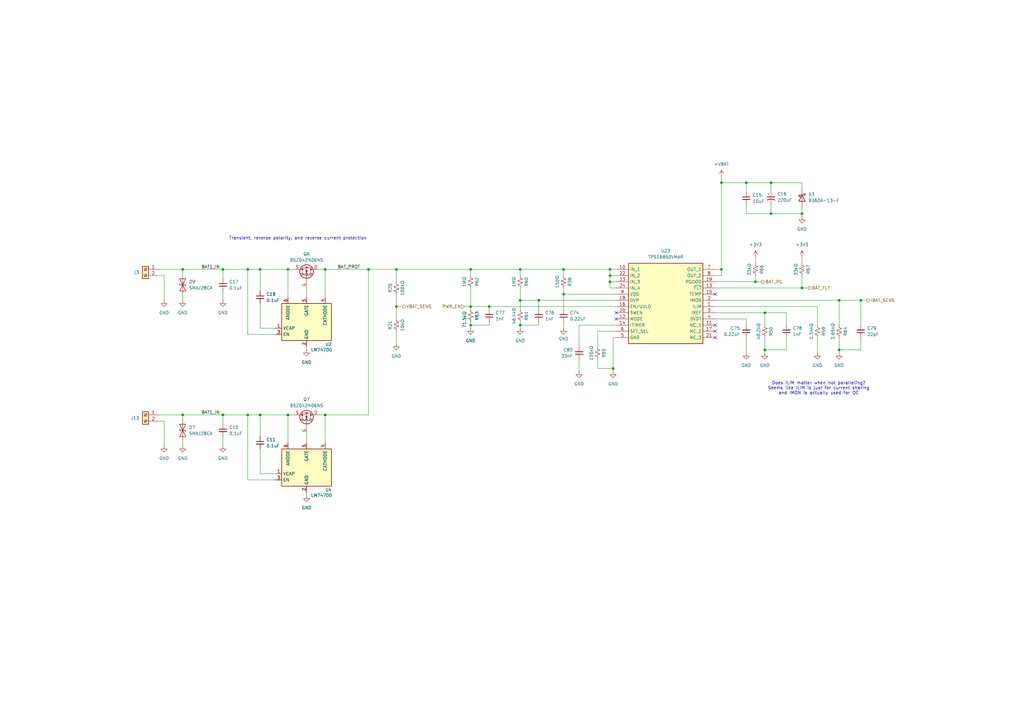
<source format=kicad_sch>
(kicad_sch
	(version 20250114)
	(generator "eeschema")
	(generator_version "9.0")
	(uuid "1f0f4a93-c6cb-4b7a-8cb0-037debc954e5")
	(paper "A3")
	(title_block
		(title "Canard Board")
		(company "Waterloo Rocketry")
		(comment 4 "Processor: See STM Application Note AN5419")
	)
	(lib_symbols
		(symbol "Connector:Screw_Terminal_01x02"
			(pin_names
				(offset 1.016)
				(hide yes)
			)
			(exclude_from_sim no)
			(in_bom yes)
			(on_board yes)
			(property "Reference" "J"
				(at 0 2.54 0)
				(effects
					(font
						(size 1.27 1.27)
					)
				)
			)
			(property "Value" "Screw_Terminal_01x02"
				(at 0 -5.08 0)
				(effects
					(font
						(size 1.27 1.27)
					)
				)
			)
			(property "Footprint" ""
				(at 0 0 0)
				(effects
					(font
						(size 1.27 1.27)
					)
					(hide yes)
				)
			)
			(property "Datasheet" "~"
				(at 0 0 0)
				(effects
					(font
						(size 1.27 1.27)
					)
					(hide yes)
				)
			)
			(property "Description" "Generic screw terminal, single row, 01x02, script generated (kicad-library-utils/schlib/autogen/connector/)"
				(at 0 0 0)
				(effects
					(font
						(size 1.27 1.27)
					)
					(hide yes)
				)
			)
			(property "ki_keywords" "screw terminal"
				(at 0 0 0)
				(effects
					(font
						(size 1.27 1.27)
					)
					(hide yes)
				)
			)
			(property "ki_fp_filters" "TerminalBlock*:*"
				(at 0 0 0)
				(effects
					(font
						(size 1.27 1.27)
					)
					(hide yes)
				)
			)
			(symbol "Screw_Terminal_01x02_1_1"
				(rectangle
					(start -1.27 1.27)
					(end 1.27 -3.81)
					(stroke
						(width 0.254)
						(type default)
					)
					(fill
						(type background)
					)
				)
				(polyline
					(pts
						(xy -0.5334 0.3302) (xy 0.3302 -0.508)
					)
					(stroke
						(width 0.1524)
						(type default)
					)
					(fill
						(type none)
					)
				)
				(polyline
					(pts
						(xy -0.5334 -2.2098) (xy 0.3302 -3.048)
					)
					(stroke
						(width 0.1524)
						(type default)
					)
					(fill
						(type none)
					)
				)
				(polyline
					(pts
						(xy -0.3556 0.508) (xy 0.508 -0.3302)
					)
					(stroke
						(width 0.1524)
						(type default)
					)
					(fill
						(type none)
					)
				)
				(polyline
					(pts
						(xy -0.3556 -2.032) (xy 0.508 -2.8702)
					)
					(stroke
						(width 0.1524)
						(type default)
					)
					(fill
						(type none)
					)
				)
				(circle
					(center 0 0)
					(radius 0.635)
					(stroke
						(width 0.1524)
						(type default)
					)
					(fill
						(type none)
					)
				)
				(circle
					(center 0 -2.54)
					(radius 0.635)
					(stroke
						(width 0.1524)
						(type default)
					)
					(fill
						(type none)
					)
				)
				(pin passive line
					(at -5.08 0 0)
					(length 3.81)
					(name "Pin_1"
						(effects
							(font
								(size 1.27 1.27)
							)
						)
					)
					(number "1"
						(effects
							(font
								(size 1.27 1.27)
							)
						)
					)
				)
				(pin passive line
					(at -5.08 -2.54 0)
					(length 3.81)
					(name "Pin_2"
						(effects
							(font
								(size 1.27 1.27)
							)
						)
					)
					(number "2"
						(effects
							(font
								(size 1.27 1.27)
							)
						)
					)
				)
			)
			(embedded_fonts no)
		)
		(symbol "Device:C_Polarized_Small_US"
			(pin_numbers
				(hide yes)
			)
			(pin_names
				(offset 0.254)
				(hide yes)
			)
			(exclude_from_sim no)
			(in_bom yes)
			(on_board yes)
			(property "Reference" "C"
				(at 0.254 1.778 0)
				(effects
					(font
						(size 1.27 1.27)
					)
					(justify left)
				)
			)
			(property "Value" "C_Polarized_Small_US"
				(at 0.254 -2.032 0)
				(effects
					(font
						(size 1.27 1.27)
					)
					(justify left)
				)
			)
			(property "Footprint" ""
				(at 0 0 0)
				(effects
					(font
						(size 1.27 1.27)
					)
					(hide yes)
				)
			)
			(property "Datasheet" "~"
				(at 0 0 0)
				(effects
					(font
						(size 1.27 1.27)
					)
					(hide yes)
				)
			)
			(property "Description" "Polarized capacitor, small US symbol"
				(at 0 0 0)
				(effects
					(font
						(size 1.27 1.27)
					)
					(hide yes)
				)
			)
			(property "ki_keywords" "cap capacitor"
				(at 0 0 0)
				(effects
					(font
						(size 1.27 1.27)
					)
					(hide yes)
				)
			)
			(property "ki_fp_filters" "CP_*"
				(at 0 0 0)
				(effects
					(font
						(size 1.27 1.27)
					)
					(hide yes)
				)
			)
			(symbol "C_Polarized_Small_US_0_1"
				(polyline
					(pts
						(xy -1.524 0.508) (xy 1.524 0.508)
					)
					(stroke
						(width 0.3048)
						(type default)
					)
					(fill
						(type none)
					)
				)
				(polyline
					(pts
						(xy -1.27 1.524) (xy -0.762 1.524)
					)
					(stroke
						(width 0)
						(type default)
					)
					(fill
						(type none)
					)
				)
				(polyline
					(pts
						(xy -1.016 1.27) (xy -1.016 1.778)
					)
					(stroke
						(width 0)
						(type default)
					)
					(fill
						(type none)
					)
				)
				(arc
					(start -1.524 -0.762)
					(mid 0 -0.3734)
					(end 1.524 -0.762)
					(stroke
						(width 0.3048)
						(type default)
					)
					(fill
						(type none)
					)
				)
			)
			(symbol "C_Polarized_Small_US_1_1"
				(pin passive line
					(at 0 2.54 270)
					(length 2.032)
					(name "~"
						(effects
							(font
								(size 1.27 1.27)
							)
						)
					)
					(number "1"
						(effects
							(font
								(size 1.27 1.27)
							)
						)
					)
				)
				(pin passive line
					(at 0 -2.54 90)
					(length 2.032)
					(name "~"
						(effects
							(font
								(size 1.27 1.27)
							)
						)
					)
					(number "2"
						(effects
							(font
								(size 1.27 1.27)
							)
						)
					)
				)
			)
			(embedded_fonts no)
		)
		(symbol "Device_Custom:C_Small"
			(pin_numbers
				(hide yes)
			)
			(pin_names
				(offset 0.254)
				(hide yes)
			)
			(exclude_from_sim no)
			(in_bom yes)
			(on_board yes)
			(property "Reference" "C"
				(at 0.254 1.778 0)
				(effects
					(font
						(size 1.27 1.27)
					)
					(justify left)
				)
			)
			(property "Value" "C_Small"
				(at 0.254 -2.032 0)
				(effects
					(font
						(size 1.27 1.27)
					)
					(justify left)
				)
			)
			(property "Footprint" ""
				(at 0 0 0)
				(effects
					(font
						(size 1.27 1.27)
					)
					(hide yes)
				)
			)
			(property "Datasheet" "~"
				(at 0 0 0)
				(effects
					(font
						(size 1.27 1.27)
					)
					(hide yes)
				)
			)
			(property "Description" "Unpolarized capacitor, small symbol"
				(at 0 0 0)
				(effects
					(font
						(size 1.27 1.27)
					)
					(hide yes)
				)
			)
			(property "LCSC Part #" ""
				(at 0 0 0)
				(effects
					(font
						(size 1.27 1.27)
					)
					(hide yes)
				)
			)
			(property "ki_keywords" "capacitor cap"
				(at 0 0 0)
				(effects
					(font
						(size 1.27 1.27)
					)
					(hide yes)
				)
			)
			(property "ki_fp_filters" "C_*"
				(at 0 0 0)
				(effects
					(font
						(size 1.27 1.27)
					)
					(hide yes)
				)
			)
			(symbol "C_Small_0_1"
				(polyline
					(pts
						(xy -1.524 0.508) (xy 1.524 0.508)
					)
					(stroke
						(width 0.3048)
						(type default)
					)
					(fill
						(type none)
					)
				)
				(polyline
					(pts
						(xy -1.524 -0.508) (xy 1.524 -0.508)
					)
					(stroke
						(width 0.3302)
						(type default)
					)
					(fill
						(type none)
					)
				)
			)
			(symbol "C_Small_1_1"
				(pin passive line
					(at 0 2.54 270)
					(length 2.032)
					(name "~"
						(effects
							(font
								(size 1.27 1.27)
							)
						)
					)
					(number "1"
						(effects
							(font
								(size 1.27 1.27)
							)
						)
					)
				)
				(pin passive line
					(at 0 -2.54 90)
					(length 2.032)
					(name "~"
						(effects
							(font
								(size 1.27 1.27)
							)
						)
					)
					(number "2"
						(effects
							(font
								(size 1.27 1.27)
							)
						)
					)
				)
			)
			(embedded_fonts no)
		)
		(symbol "Device_Custom:R_Small_US"
			(pin_numbers
				(hide yes)
			)
			(pin_names
				(offset 0.254)
				(hide yes)
			)
			(exclude_from_sim no)
			(in_bom yes)
			(on_board yes)
			(property "Reference" "R"
				(at 0.762 0.508 0)
				(effects
					(font
						(size 1.27 1.27)
					)
					(justify left)
				)
			)
			(property "Value" "R_Small_US"
				(at 0.762 -1.016 0)
				(effects
					(font
						(size 1.27 1.27)
					)
					(justify left)
				)
			)
			(property "Footprint" ""
				(at 0 0 0)
				(effects
					(font
						(size 1.27 1.27)
					)
					(hide yes)
				)
			)
			(property "Datasheet" "~"
				(at 0 0 0)
				(effects
					(font
						(size 1.27 1.27)
					)
					(hide yes)
				)
			)
			(property "Description" "Resistor, small US symbol"
				(at 0 0 0)
				(effects
					(font
						(size 1.27 1.27)
					)
					(hide yes)
				)
			)
			(property "LCSC Part #" ""
				(at 0 0 0)
				(effects
					(font
						(size 1.27 1.27)
					)
					(hide yes)
				)
			)
			(property "ki_keywords" "r resistor"
				(at 0 0 0)
				(effects
					(font
						(size 1.27 1.27)
					)
					(hide yes)
				)
			)
			(property "ki_fp_filters" "R_*"
				(at 0 0 0)
				(effects
					(font
						(size 1.27 1.27)
					)
					(hide yes)
				)
			)
			(symbol "R_Small_US_1_1"
				(polyline
					(pts
						(xy 0 1.524) (xy 1.016 1.143) (xy 0 0.762) (xy -1.016 0.381) (xy 0 0)
					)
					(stroke
						(width 0)
						(type default)
					)
					(fill
						(type none)
					)
				)
				(polyline
					(pts
						(xy 0 0) (xy 1.016 -0.381) (xy 0 -0.762) (xy -1.016 -1.143) (xy 0 -1.524)
					)
					(stroke
						(width 0)
						(type default)
					)
					(fill
						(type none)
					)
				)
				(pin passive line
					(at 0 2.54 270)
					(length 1.016)
					(name "~"
						(effects
							(font
								(size 1.27 1.27)
							)
						)
					)
					(number "1"
						(effects
							(font
								(size 1.27 1.27)
							)
						)
					)
				)
				(pin passive line
					(at 0 -2.54 90)
					(length 1.016)
					(name "~"
						(effects
							(font
								(size 1.27 1.27)
							)
						)
					)
					(number "2"
						(effects
							(font
								(size 1.27 1.27)
							)
						)
					)
				)
			)
			(embedded_fonts no)
		)
		(symbol "Diode:B360"
			(pin_numbers
				(hide yes)
			)
			(pin_names
				(offset 1.016)
				(hide yes)
			)
			(exclude_from_sim no)
			(in_bom yes)
			(on_board yes)
			(property "Reference" "D"
				(at 0 2.54 0)
				(effects
					(font
						(size 1.27 1.27)
					)
				)
			)
			(property "Value" "B360"
				(at 0 -2.54 0)
				(effects
					(font
						(size 1.27 1.27)
					)
				)
			)
			(property "Footprint" "Diode_SMD:D_SMC"
				(at 0 -4.445 0)
				(effects
					(font
						(size 1.27 1.27)
					)
					(hide yes)
				)
			)
			(property "Datasheet" "http://www.jameco.com/Jameco/Products/ProdDS/1538777.pdf"
				(at 0 0 0)
				(effects
					(font
						(size 1.27 1.27)
					)
					(hide yes)
				)
			)
			(property "Description" "60V 3A Schottky Barrier Rectifier Diode, SMC"
				(at 0 0 0)
				(effects
					(font
						(size 1.27 1.27)
					)
					(hide yes)
				)
			)
			(property "ki_keywords" "diode Schottky"
				(at 0 0 0)
				(effects
					(font
						(size 1.27 1.27)
					)
					(hide yes)
				)
			)
			(property "ki_fp_filters" "D*SMC*"
				(at 0 0 0)
				(effects
					(font
						(size 1.27 1.27)
					)
					(hide yes)
				)
			)
			(symbol "B360_0_1"
				(polyline
					(pts
						(xy -1.905 0.635) (xy -1.905 1.27) (xy -1.27 1.27) (xy -1.27 -1.27) (xy -0.635 -1.27) (xy -0.635 -0.635)
					)
					(stroke
						(width 0.254)
						(type default)
					)
					(fill
						(type none)
					)
				)
				(polyline
					(pts
						(xy 1.27 1.27) (xy 1.27 -1.27) (xy -1.27 0) (xy 1.27 1.27)
					)
					(stroke
						(width 0.254)
						(type default)
					)
					(fill
						(type none)
					)
				)
				(polyline
					(pts
						(xy 1.27 0) (xy -1.27 0)
					)
					(stroke
						(width 0)
						(type default)
					)
					(fill
						(type none)
					)
				)
			)
			(symbol "B360_1_1"
				(pin passive line
					(at -3.81 0 0)
					(length 2.54)
					(name "K"
						(effects
							(font
								(size 1.27 1.27)
							)
						)
					)
					(number "1"
						(effects
							(font
								(size 1.27 1.27)
							)
						)
					)
				)
				(pin passive line
					(at 3.81 0 180)
					(length 2.54)
					(name "A"
						(effects
							(font
								(size 1.27 1.27)
							)
						)
					)
					(number "2"
						(effects
							(font
								(size 1.27 1.27)
							)
						)
					)
				)
			)
			(embedded_fonts no)
		)
		(symbol "Diode:SMAJ28CA"
			(pin_numbers
				(hide yes)
			)
			(pin_names
				(offset 1.016)
				(hide yes)
			)
			(exclude_from_sim no)
			(in_bom yes)
			(on_board yes)
			(property "Reference" "D"
				(at 0 2.54 0)
				(effects
					(font
						(size 1.27 1.27)
					)
				)
			)
			(property "Value" "SMAJ28CA"
				(at 0 -2.54 0)
				(effects
					(font
						(size 1.27 1.27)
					)
				)
			)
			(property "Footprint" "Diode_SMD:D_SMA"
				(at 0 -5.08 0)
				(effects
					(font
						(size 1.27 1.27)
					)
					(hide yes)
				)
			)
			(property "Datasheet" "https://www.littelfuse.com/media?resourcetype=datasheets&itemid=75e32973-b177-4ee3-a0ff-cedaf1abdb93&filename=smaj-datasheet"
				(at 0 0 0)
				(effects
					(font
						(size 1.27 1.27)
					)
					(hide yes)
				)
			)
			(property "Description" "400W bidirectional Transient Voltage Suppressor, 28.0Vr, SMA(DO-214AC)"
				(at 0 0 0)
				(effects
					(font
						(size 1.27 1.27)
					)
					(hide yes)
				)
			)
			(property "ki_keywords" "bidirectional diode TVS voltage suppressor"
				(at 0 0 0)
				(effects
					(font
						(size 1.27 1.27)
					)
					(hide yes)
				)
			)
			(property "ki_fp_filters" "D*SMA*"
				(at 0 0 0)
				(effects
					(font
						(size 1.27 1.27)
					)
					(hide yes)
				)
			)
			(symbol "SMAJ28CA_0_1"
				(polyline
					(pts
						(xy -2.54 -1.27) (xy 0 0) (xy -2.54 1.27) (xy -2.54 -1.27)
					)
					(stroke
						(width 0.2032)
						(type default)
					)
					(fill
						(type none)
					)
				)
				(polyline
					(pts
						(xy 0.508 1.27) (xy 0 1.27) (xy 0 -1.27) (xy -0.508 -1.27)
					)
					(stroke
						(width 0.2032)
						(type default)
					)
					(fill
						(type none)
					)
				)
				(polyline
					(pts
						(xy 1.27 0) (xy -1.27 0)
					)
					(stroke
						(width 0)
						(type default)
					)
					(fill
						(type none)
					)
				)
				(polyline
					(pts
						(xy 2.54 1.27) (xy 2.54 -1.27) (xy 0 0) (xy 2.54 1.27)
					)
					(stroke
						(width 0.2032)
						(type default)
					)
					(fill
						(type none)
					)
				)
			)
			(symbol "SMAJ28CA_1_1"
				(pin passive line
					(at -3.81 0 0)
					(length 2.54)
					(name "A1"
						(effects
							(font
								(size 1.27 1.27)
							)
						)
					)
					(number "1"
						(effects
							(font
								(size 1.27 1.27)
							)
						)
					)
				)
				(pin passive line
					(at 3.81 0 180)
					(length 2.54)
					(name "A2"
						(effects
							(font
								(size 1.27 1.27)
							)
						)
					)
					(number "2"
						(effects
							(font
								(size 1.27 1.27)
							)
						)
					)
				)
			)
			(embedded_fonts no)
		)
		(symbol "Power_Management:LM74700"
			(exclude_from_sim no)
			(in_bom yes)
			(on_board yes)
			(property "Reference" "U"
				(at -9.525 -8.89 0)
				(effects
					(font
						(size 1.27 1.27)
					)
				)
			)
			(property "Value" "LM74700"
				(at 7.62 -8.89 0)
				(effects
					(font
						(size 1.27 1.27)
					)
				)
			)
			(property "Footprint" "Package_TO_SOT_SMD:SOT-23-6"
				(at -9.525 -8.89 0)
				(effects
					(font
						(size 1.27 1.27)
					)
					(hide yes)
				)
			)
			(property "Datasheet" "http://www.ti.com/lit/gpn/LM74700-Q1"
				(at -9.525 -8.89 0)
				(effects
					(font
						(size 1.27 1.27)
					)
					(hide yes)
				)
			)
			(property "Description" "Low Iq reverse battery protection ideal diode controller, SOT-23-6"
				(at 0 0 0)
				(effects
					(font
						(size 1.27 1.27)
					)
					(hide yes)
				)
			)
			(property "ki_keywords" "ideal-diode or-ing"
				(at 0 0 0)
				(effects
					(font
						(size 1.27 1.27)
					)
					(hide yes)
				)
			)
			(property "ki_fp_filters" "SOT?23*"
				(at 0 0 0)
				(effects
					(font
						(size 1.27 1.27)
					)
					(hide yes)
				)
			)
			(symbol "LM74700_0_1"
				(rectangle
					(start -10.16 7.62)
					(end 10.16 -7.62)
					(stroke
						(width 0.254)
						(type default)
					)
					(fill
						(type background)
					)
				)
			)
			(symbol "LM74700_1_1"
				(pin passive line
					(at -12.7 -2.54 0)
					(length 2.54)
					(name "VCAP"
						(effects
							(font
								(size 1.27 1.27)
							)
						)
					)
					(number "1"
						(effects
							(font
								(size 1.27 1.27)
							)
						)
					)
				)
				(pin input line
					(at -12.7 -5.08 0)
					(length 2.54)
					(name "EN"
						(effects
							(font
								(size 1.27 1.27)
							)
						)
					)
					(number "3"
						(effects
							(font
								(size 1.27 1.27)
							)
						)
					)
				)
				(pin power_in line
					(at -7.62 10.16 270)
					(length 2.54)
					(name "ANODE"
						(effects
							(font
								(size 1.27 1.27)
							)
						)
					)
					(number "6"
						(effects
							(font
								(size 1.27 1.27)
							)
						)
					)
				)
				(pin output line
					(at 0 10.16 270)
					(length 2.54)
					(name "GATE"
						(effects
							(font
								(size 1.27 1.27)
							)
						)
					)
					(number "5"
						(effects
							(font
								(size 1.27 1.27)
							)
						)
					)
				)
				(pin power_in line
					(at 0 -10.16 90)
					(length 2.54)
					(name "GND"
						(effects
							(font
								(size 1.27 1.27)
							)
						)
					)
					(number "2"
						(effects
							(font
								(size 1.27 1.27)
							)
						)
					)
				)
				(pin input line
					(at 7.62 10.16 270)
					(length 2.54)
					(name "CATHODE"
						(effects
							(font
								(size 1.27 1.27)
							)
						)
					)
					(number "4"
						(effects
							(font
								(size 1.27 1.27)
							)
						)
					)
				)
			)
			(embedded_fonts no)
		)
		(symbol "canardboard:BSZ042N06NS"
			(exclude_from_sim no)
			(in_bom yes)
			(on_board yes)
			(property "Reference" "Q"
				(at 5.588 4.826 0)
				(effects
					(font
						(size 1.27 1.27)
					)
				)
			)
			(property "Value" "BSZ042N06NS"
				(at 0 0 0)
				(effects
					(font
						(size 1.27 1.27)
					)
				)
			)
			(property "Footprint" "canardboard:Infineon-PG-TSDSON-8"
				(at -5.334 15.494 0)
				(effects
					(font
						(size 1.27 1.27)
					)
					(hide yes)
				)
			)
			(property "Datasheet" "https://www.infineon.com/part/BSZ042N06NS"
				(at -0.254 13.208 0)
				(effects
					(font
						(size 1.27 1.27)
					)
					(hide yes)
				)
			)
			(property "Description" ""
				(at 0 0 0)
				(effects
					(font
						(size 1.27 1.27)
					)
					(hide yes)
				)
			)
			(symbol "BSZ042N06NS_0_1"
				(polyline
					(pts
						(xy -1.016 1.905) (xy -1.016 -1.905)
					)
					(stroke
						(width 0.254)
						(type default)
					)
					(fill
						(type none)
					)
				)
				(polyline
					(pts
						(xy -1.016 0) (xy -3.81 0)
					)
					(stroke
						(width 0)
						(type default)
					)
					(fill
						(type none)
					)
				)
				(polyline
					(pts
						(xy -0.508 2.286) (xy -0.508 1.27)
					)
					(stroke
						(width 0.254)
						(type default)
					)
					(fill
						(type none)
					)
				)
				(polyline
					(pts
						(xy -0.508 0.508) (xy -0.508 -0.508)
					)
					(stroke
						(width 0.254)
						(type default)
					)
					(fill
						(type none)
					)
				)
				(polyline
					(pts
						(xy -0.508 -1.27) (xy -0.508 -2.286)
					)
					(stroke
						(width 0.254)
						(type default)
					)
					(fill
						(type none)
					)
				)
				(polyline
					(pts
						(xy -0.508 -1.778) (xy 2.032 -1.778) (xy 2.032 1.778) (xy -0.508 1.778)
					)
					(stroke
						(width 0)
						(type default)
					)
					(fill
						(type none)
					)
				)
				(polyline
					(pts
						(xy -0.254 0) (xy 0.762 0.381) (xy 0.762 -0.381) (xy -0.254 0)
					)
					(stroke
						(width 0)
						(type default)
					)
					(fill
						(type outline)
					)
				)
				(circle
					(center 0.381 0)
					(radius 2.794)
					(stroke
						(width 0.254)
						(type default)
					)
					(fill
						(type none)
					)
				)
				(polyline
					(pts
						(xy 1.27 2.54) (xy 1.27 1.778)
					)
					(stroke
						(width 0)
						(type default)
					)
					(fill
						(type none)
					)
				)
				(circle
					(center 1.27 1.778)
					(radius 0.254)
					(stroke
						(width 0)
						(type default)
					)
					(fill
						(type outline)
					)
				)
				(circle
					(center 1.27 -1.778)
					(radius 0.254)
					(stroke
						(width 0)
						(type default)
					)
					(fill
						(type outline)
					)
				)
				(polyline
					(pts
						(xy 1.27 -2.54) (xy 1.27 0) (xy -0.508 0)
					)
					(stroke
						(width 0)
						(type default)
					)
					(fill
						(type none)
					)
				)
				(polyline
					(pts
						(xy 1.651 0.381) (xy 2.413 0.381)
					)
					(stroke
						(width 0)
						(type default)
					)
					(fill
						(type none)
					)
				)
				(polyline
					(pts
						(xy 2.032 0.381) (xy 1.651 -0.254) (xy 2.413 -0.254) (xy 2.032 0.381)
					)
					(stroke
						(width 0)
						(type default)
					)
					(fill
						(type none)
					)
				)
			)
			(symbol "BSZ042N06NS_1_1"
				(pin input line
					(at -6.35 0 0)
					(length 2.54)
					(name ""
						(effects
							(font
								(size 1.27 1.27)
							)
						)
					)
					(number "G"
						(effects
							(font
								(size 1.27 1.27)
							)
						)
					)
				)
				(pin passive line
					(at 1.27 5.08 270)
					(length 2.54)
					(name ""
						(effects
							(font
								(size 1.27 1.27)
							)
						)
					)
					(number "D"
						(effects
							(font
								(size 1.27 1.27)
							)
						)
					)
				)
				(pin passive line
					(at 1.27 -5.08 90)
					(length 2.54)
					(name ""
						(effects
							(font
								(size 1.27 1.27)
							)
						)
					)
					(number "S"
						(effects
							(font
								(size 1.27 1.27)
							)
						)
					)
				)
			)
			(embedded_fonts no)
		)
		(symbol "canardboard:TPS16850VMAR"
			(exclude_from_sim no)
			(in_bom yes)
			(on_board yes)
			(property "Reference" "U"
				(at 36.83 7.62 0)
				(effects
					(font
						(size 1.27 1.27)
					)
					(justify left top)
				)
			)
			(property "Value" "TPS16850VMAR"
				(at 36.83 5.08 0)
				(effects
					(font
						(size 1.27 1.27)
					)
					(justify left top)
				)
			)
			(property "Footprint" "canardboard:TPS16850VMAR"
				(at 36.83 -94.92 0)
				(effects
					(font
						(size 1.27 1.27)
					)
					(justify left top)
					(hide yes)
				)
			)
			(property "Datasheet" "https://www.ti.com/lit/ds/symlink/tps1685.pdf?ts=1756708313660&ref_url=https%253A%252F%252Fwww.ti.com%252Fproduct%252FTPS1685"
				(at 36.83 -194.92 0)
				(effects
					(font
						(size 1.27 1.27)
					)
					(justify left top)
					(hide yes)
				)
			)
			(property "Description" "Hot Swap Voltage Controllers 9V to 80V, 3.5mohm, 20A stackable integrated hot swap (eFuse) with accurate and fast current monitor"
				(at 13.97 11.176 0)
				(effects
					(font
						(size 1.27 1.27)
					)
					(hide yes)
				)
			)
			(property "Height" "1.5"
				(at 36.83 -394.92 0)
				(effects
					(font
						(size 1.27 1.27)
					)
					(justify left top)
					(hide yes)
				)
			)
			(property "Mouser Part Number" ""
				(at 36.83 -494.92 0)
				(effects
					(font
						(size 1.27 1.27)
					)
					(justify left top)
					(hide yes)
				)
			)
			(property "Mouser Price/Stock" ""
				(at 36.83 -594.92 0)
				(effects
					(font
						(size 1.27 1.27)
					)
					(justify left top)
					(hide yes)
				)
			)
			(property "Manufacturer_Name" "Texas Instruments"
				(at 36.83 -694.92 0)
				(effects
					(font
						(size 1.27 1.27)
					)
					(justify left top)
					(hide yes)
				)
			)
			(property "Manufacturer_Part_Number" "TPS16850VMAR"
				(at 36.83 -794.92 0)
				(effects
					(font
						(size 1.27 1.27)
					)
					(justify left top)
					(hide yes)
				)
			)
			(symbol "TPS16850VMAR_1_1"
				(rectangle
					(start 5.08 2.54)
					(end 35.56 -30.48)
					(stroke
						(width 0.254)
						(type default)
					)
					(fill
						(type background)
					)
				)
				(pin passive line
					(at 0 0 0)
					(length 5.08)
					(name "IN_1"
						(effects
							(font
								(size 1.27 1.27)
							)
						)
					)
					(number "10"
						(effects
							(font
								(size 1.27 1.27)
							)
						)
					)
				)
				(pin passive line
					(at 0 -2.54 0)
					(length 5.08)
					(name "IN_2"
						(effects
							(font
								(size 1.27 1.27)
							)
						)
					)
					(number "22"
						(effects
							(font
								(size 1.27 1.27)
							)
						)
					)
				)
				(pin passive line
					(at 0 -5.08 0)
					(length 5.08)
					(name "IN_3"
						(effects
							(font
								(size 1.27 1.27)
							)
						)
					)
					(number "23"
						(effects
							(font
								(size 1.27 1.27)
							)
						)
					)
				)
				(pin passive line
					(at 0 -7.62 0)
					(length 5.08)
					(name "IN_4"
						(effects
							(font
								(size 1.27 1.27)
							)
						)
					)
					(number "24"
						(effects
							(font
								(size 1.27 1.27)
							)
						)
					)
				)
				(pin passive line
					(at 0 -10.16 0)
					(length 5.08)
					(name "VDD"
						(effects
							(font
								(size 1.27 1.27)
							)
						)
					)
					(number "9"
						(effects
							(font
								(size 1.27 1.27)
							)
						)
					)
				)
				(pin passive line
					(at 0 -12.7 0)
					(length 5.08)
					(name "OVP"
						(effects
							(font
								(size 1.27 1.27)
							)
						)
					)
					(number "18"
						(effects
							(font
								(size 1.27 1.27)
							)
						)
					)
				)
				(pin passive line
					(at 0 -15.24 0)
					(length 5.08)
					(name "EN/UVLO"
						(effects
							(font
								(size 1.27 1.27)
							)
						)
					)
					(number "16"
						(effects
							(font
								(size 1.27 1.27)
							)
						)
					)
				)
				(pin passive line
					(at 0 -17.78 0)
					(length 5.08)
					(name "SWEN"
						(effects
							(font
								(size 1.27 1.27)
							)
						)
					)
					(number "20"
						(effects
							(font
								(size 1.27 1.27)
							)
						)
					)
				)
				(pin passive line
					(at 0 -20.32 0)
					(length 5.08)
					(name "MODE"
						(effects
							(font
								(size 1.27 1.27)
							)
						)
					)
					(number "12"
						(effects
							(font
								(size 1.27 1.27)
							)
						)
					)
				)
				(pin passive line
					(at 0 -22.86 0)
					(length 5.08)
					(name "ITIMER"
						(effects
							(font
								(size 1.27 1.27)
							)
						)
					)
					(number "14"
						(effects
							(font
								(size 1.27 1.27)
							)
						)
					)
				)
				(pin passive line
					(at 0 -25.4 0)
					(length 5.08)
					(name "SFT_SEL"
						(effects
							(font
								(size 1.27 1.27)
							)
						)
					)
					(number "6"
						(effects
							(font
								(size 1.27 1.27)
							)
						)
					)
				)
				(pin passive line
					(at 0 -27.94 0)
					(length 5.08)
					(name "GND"
						(effects
							(font
								(size 1.27 1.27)
							)
						)
					)
					(number "5"
						(effects
							(font
								(size 1.27 1.27)
							)
						)
					)
				)
				(pin passive line
					(at 40.64 0 180)
					(length 5.08)
					(name "OUT_1"
						(effects
							(font
								(size 1.27 1.27)
							)
						)
					)
					(number "7"
						(effects
							(font
								(size 1.27 1.27)
							)
						)
					)
				)
				(pin passive line
					(at 40.64 -2.54 180)
					(length 5.08)
					(name "OUT_2"
						(effects
							(font
								(size 1.27 1.27)
							)
						)
					)
					(number "8"
						(effects
							(font
								(size 1.27 1.27)
							)
						)
					)
				)
				(pin passive line
					(at 40.64 -5.08 180)
					(length 5.08)
					(name "PGOOD"
						(effects
							(font
								(size 1.27 1.27)
							)
						)
					)
					(number "19"
						(effects
							(font
								(size 1.27 1.27)
							)
						)
					)
				)
				(pin passive line
					(at 40.64 -7.62 180)
					(length 5.08)
					(name "~{FLT}"
						(effects
							(font
								(size 1.27 1.27)
							)
						)
					)
					(number "13"
						(effects
							(font
								(size 1.27 1.27)
							)
						)
					)
				)
				(pin passive line
					(at 40.64 -10.16 180)
					(length 5.08)
					(name "TEMP"
						(effects
							(font
								(size 1.27 1.27)
							)
						)
					)
					(number "15"
						(effects
							(font
								(size 1.27 1.27)
							)
						)
					)
				)
				(pin passive line
					(at 40.64 -12.7 180)
					(length 5.08)
					(name "IMON"
						(effects
							(font
								(size 1.27 1.27)
							)
						)
					)
					(number "2"
						(effects
							(font
								(size 1.27 1.27)
							)
						)
					)
				)
				(pin passive line
					(at 40.64 -15.24 180)
					(length 5.08)
					(name "ILIM"
						(effects
							(font
								(size 1.27 1.27)
							)
						)
					)
					(number "1"
						(effects
							(font
								(size 1.27 1.27)
							)
						)
					)
				)
				(pin passive line
					(at 40.64 -17.78 180)
					(length 5.08)
					(name "IREF"
						(effects
							(font
								(size 1.27 1.27)
							)
						)
					)
					(number "3"
						(effects
							(font
								(size 1.27 1.27)
							)
						)
					)
				)
				(pin passive line
					(at 40.64 -20.32 180)
					(length 5.08)
					(name "DVDT"
						(effects
							(font
								(size 1.27 1.27)
							)
						)
					)
					(number "4"
						(effects
							(font
								(size 1.27 1.27)
							)
						)
					)
				)
				(pin passive line
					(at 40.64 -22.86 180)
					(length 5.08)
					(name "NC_1"
						(effects
							(font
								(size 1.27 1.27)
							)
						)
					)
					(number "11"
						(effects
							(font
								(size 1.27 1.27)
							)
						)
					)
				)
				(pin passive line
					(at 40.64 -25.4 180)
					(length 5.08)
					(name "NC_2"
						(effects
							(font
								(size 1.27 1.27)
							)
						)
					)
					(number "17"
						(effects
							(font
								(size 1.27 1.27)
							)
						)
					)
				)
				(pin passive line
					(at 40.64 -27.94 180)
					(length 5.08)
					(name "NC_3"
						(effects
							(font
								(size 1.27 1.27)
							)
						)
					)
					(number "21"
						(effects
							(font
								(size 1.27 1.27)
							)
						)
					)
				)
			)
			(embedded_fonts no)
		)
		(symbol "power:+3V3"
			(power)
			(pin_numbers
				(hide yes)
			)
			(pin_names
				(offset 0)
				(hide yes)
			)
			(exclude_from_sim no)
			(in_bom yes)
			(on_board yes)
			(property "Reference" "#PWR"
				(at 0 -3.81 0)
				(effects
					(font
						(size 1.27 1.27)
					)
					(hide yes)
				)
			)
			(property "Value" "+3V3"
				(at 0 3.556 0)
				(effects
					(font
						(size 1.27 1.27)
					)
				)
			)
			(property "Footprint" ""
				(at 0 0 0)
				(effects
					(font
						(size 1.27 1.27)
					)
					(hide yes)
				)
			)
			(property "Datasheet" ""
				(at 0 0 0)
				(effects
					(font
						(size 1.27 1.27)
					)
					(hide yes)
				)
			)
			(property "Description" "Power symbol creates a global label with name \"+3V3\""
				(at 0 0 0)
				(effects
					(font
						(size 1.27 1.27)
					)
					(hide yes)
				)
			)
			(property "ki_keywords" "global power"
				(at 0 0 0)
				(effects
					(font
						(size 1.27 1.27)
					)
					(hide yes)
				)
			)
			(symbol "+3V3_0_1"
				(polyline
					(pts
						(xy -0.762 1.27) (xy 0 2.54)
					)
					(stroke
						(width 0)
						(type default)
					)
					(fill
						(type none)
					)
				)
				(polyline
					(pts
						(xy 0 2.54) (xy 0.762 1.27)
					)
					(stroke
						(width 0)
						(type default)
					)
					(fill
						(type none)
					)
				)
				(polyline
					(pts
						(xy 0 0) (xy 0 2.54)
					)
					(stroke
						(width 0)
						(type default)
					)
					(fill
						(type none)
					)
				)
			)
			(symbol "+3V3_1_1"
				(pin power_in line
					(at 0 0 90)
					(length 0)
					(name "~"
						(effects
							(font
								(size 1.27 1.27)
							)
						)
					)
					(number "1"
						(effects
							(font
								(size 1.27 1.27)
							)
						)
					)
				)
			)
			(embedded_fonts no)
		)
		(symbol "power:GND"
			(power)
			(pin_numbers
				(hide yes)
			)
			(pin_names
				(offset 0)
				(hide yes)
			)
			(exclude_from_sim no)
			(in_bom yes)
			(on_board yes)
			(property "Reference" "#PWR"
				(at 0 -6.35 0)
				(effects
					(font
						(size 1.27 1.27)
					)
					(hide yes)
				)
			)
			(property "Value" "GND"
				(at 0 -3.81 0)
				(effects
					(font
						(size 1.27 1.27)
					)
				)
			)
			(property "Footprint" ""
				(at 0 0 0)
				(effects
					(font
						(size 1.27 1.27)
					)
					(hide yes)
				)
			)
			(property "Datasheet" ""
				(at 0 0 0)
				(effects
					(font
						(size 1.27 1.27)
					)
					(hide yes)
				)
			)
			(property "Description" "Power symbol creates a global label with name \"GND\" , ground"
				(at 0 0 0)
				(effects
					(font
						(size 1.27 1.27)
					)
					(hide yes)
				)
			)
			(property "ki_keywords" "global power"
				(at 0 0 0)
				(effects
					(font
						(size 1.27 1.27)
					)
					(hide yes)
				)
			)
			(symbol "GND_0_1"
				(polyline
					(pts
						(xy 0 0) (xy 0 -1.27) (xy 1.27 -1.27) (xy 0 -2.54) (xy -1.27 -1.27) (xy 0 -1.27)
					)
					(stroke
						(width 0)
						(type default)
					)
					(fill
						(type none)
					)
				)
			)
			(symbol "GND_1_1"
				(pin power_in line
					(at 0 0 270)
					(length 0)
					(name "~"
						(effects
							(font
								(size 1.27 1.27)
							)
						)
					)
					(number "1"
						(effects
							(font
								(size 1.27 1.27)
							)
						)
					)
				)
			)
			(embedded_fonts no)
		)
	)
	(text "Transient, reverse polarity, and reverse current protection"
		(exclude_from_sim no)
		(at 122.174 97.79 0)
		(effects
			(font
				(size 1.27 1.27)
			)
		)
		(uuid "39c83d1f-8f16-4419-847c-08cc8b1f01f0")
	)
	(text "Does ILIM matter when not paralleling?\nSeems like ILIM is just for current sharing\nand IMON is actually used for OC"
		(exclude_from_sim no)
		(at 335.788 159.258 0)
		(effects
			(font
				(size 1.27 1.27)
			)
		)
		(uuid "fcdcfef9-efa8-439e-bc7b-0d95f3b8d5ad")
	)
	(junction
		(at 133.35 170.18)
		(diameter 0)
		(color 0 0 0 0)
		(uuid "00ebbc15-2a39-4e97-a847-c148fea2862b")
	)
	(junction
		(at 250.19 113.03)
		(diameter 0)
		(color 0 0 0 0)
		(uuid "0b6dcc08-532e-4e76-8950-05da1729f0b2")
	)
	(junction
		(at 295.91 74.93)
		(diameter 0)
		(color 0 0 0 0)
		(uuid "179d2011-62c7-4f57-959a-0e8b36856749")
	)
	(junction
		(at 213.36 123.19)
		(diameter 0)
		(color 0 0 0 0)
		(uuid "184b5ea3-2b9f-40ea-9e5b-7f7783dd0cdc")
	)
	(junction
		(at 91.44 170.18)
		(diameter 0)
		(color 0 0 0 0)
		(uuid "1c5b17a9-e3b2-435b-96f4-ad3d8a5953e1")
	)
	(junction
		(at 316.23 74.93)
		(diameter 0)
		(color 0 0 0 0)
		(uuid "270f8f55-92bb-434d-af3d-e2cae9a6b4ae")
	)
	(junction
		(at 313.69 128.27)
		(diameter 0)
		(color 0 0 0 0)
		(uuid "2a2c6a0f-e92e-4895-aeee-f6966dcd583e")
	)
	(junction
		(at 231.14 120.65)
		(diameter 0)
		(color 0 0 0 0)
		(uuid "2bad3cf0-5d94-4810-af5e-2a0469523af1")
	)
	(junction
		(at 213.36 110.49)
		(diameter 0)
		(color 0 0 0 0)
		(uuid "2fa19892-efc7-4f65-8b98-132b8fedd1da")
	)
	(junction
		(at 220.98 123.19)
		(diameter 0)
		(color 0 0 0 0)
		(uuid "3135f7bf-b42a-4e4a-833f-27c2348d4237")
	)
	(junction
		(at 101.6 110.49)
		(diameter 0)
		(color 0 0 0 0)
		(uuid "3236a760-55e0-4e20-a89f-b6f47448cf78")
	)
	(junction
		(at 91.44 110.49)
		(diameter 0)
		(color 0 0 0 0)
		(uuid "3a894645-d49f-49cc-ac3b-f34bd4bf9a68")
	)
	(junction
		(at 328.93 87.63)
		(diameter 0)
		(color 0 0 0 0)
		(uuid "41e6f47f-5f55-434b-951d-0b2350fbacca")
	)
	(junction
		(at 250.19 110.49)
		(diameter 0)
		(color 0 0 0 0)
		(uuid "49e65051-72b0-48e7-b875-85f753dde9d5")
	)
	(junction
		(at 353.06 123.19)
		(diameter 0)
		(color 0 0 0 0)
		(uuid "5689cab7-558f-47c8-b5a6-77d15d1f0ad9")
	)
	(junction
		(at 250.19 115.57)
		(diameter 0)
		(color 0 0 0 0)
		(uuid "5874310f-76b5-4201-aede-9b06aed27b6f")
	)
	(junction
		(at 106.68 170.18)
		(diameter 0)
		(color 0 0 0 0)
		(uuid "594229a5-24bc-4697-a495-49d490fb0c57")
	)
	(junction
		(at 151.13 110.49)
		(diameter 0)
		(color 0 0 0 0)
		(uuid "649cf65e-63e6-41e0-8700-2eabefa0976d")
	)
	(junction
		(at 74.93 110.49)
		(diameter 0)
		(color 0 0 0 0)
		(uuid "76831220-3dcd-4392-9398-e645dc37c6de")
	)
	(junction
		(at 295.91 110.49)
		(diameter 0)
		(color 0 0 0 0)
		(uuid "85bd6900-a176-47a1-afc6-11e1be86e1b0")
	)
	(junction
		(at 193.04 133.35)
		(diameter 0)
		(color 0 0 0 0)
		(uuid "942f9d3f-fbe8-4388-a590-e2e15f7e2033")
	)
	(junction
		(at 328.93 118.11)
		(diameter 0)
		(color 0 0 0 0)
		(uuid "9708467c-6010-4795-9bf0-a91bb22b21dd")
	)
	(junction
		(at 213.36 133.35)
		(diameter 0)
		(color 0 0 0 0)
		(uuid "a9c1e98d-1d8b-44fc-a3c1-eb3518b66f94")
	)
	(junction
		(at 344.17 143.51)
		(diameter 0)
		(color 0 0 0 0)
		(uuid "ae290060-28f1-4fdf-85e1-0ed249912d0d")
	)
	(junction
		(at 133.35 110.49)
		(diameter 0)
		(color 0 0 0 0)
		(uuid "b60e897d-8395-485d-8a71-7ad78977b95d")
	)
	(junction
		(at 162.56 125.73)
		(diameter 0)
		(color 0 0 0 0)
		(uuid "b771d85d-eb0e-43fa-a3f7-42187d545eb3")
	)
	(junction
		(at 251.46 151.13)
		(diameter 0)
		(color 0 0 0 0)
		(uuid "bba7ad81-1549-4c23-9306-320bc2bfe33d")
	)
	(junction
		(at 106.68 110.49)
		(diameter 0)
		(color 0 0 0 0)
		(uuid "bc236d0e-421c-4e21-8999-b13a5d7dcad5")
	)
	(junction
		(at 306.07 74.93)
		(diameter 0)
		(color 0 0 0 0)
		(uuid "c273d497-81ed-45a9-b026-312de678c555")
	)
	(junction
		(at 193.04 110.49)
		(diameter 0)
		(color 0 0 0 0)
		(uuid "c458fec4-07c0-488a-9e1f-43186ae9bba2")
	)
	(junction
		(at 231.14 110.49)
		(diameter 0)
		(color 0 0 0 0)
		(uuid "c65bd250-5080-46d9-bd37-f4c3dc35a63d")
	)
	(junction
		(at 309.88 115.57)
		(diameter 0)
		(color 0 0 0 0)
		(uuid "c7c18e13-3cc2-4acd-9d85-374e09addff8")
	)
	(junction
		(at 316.23 87.63)
		(diameter 0)
		(color 0 0 0 0)
		(uuid "c880f827-00fd-4b43-b821-2cedfd97f884")
	)
	(junction
		(at 162.56 110.49)
		(diameter 0)
		(color 0 0 0 0)
		(uuid "c89a9f5f-8b7b-415b-9cb5-2a1b2d230aa3")
	)
	(junction
		(at 118.11 170.18)
		(diameter 0)
		(color 0 0 0 0)
		(uuid "c95559a2-1968-42e8-a7c5-534ed9ee7978")
	)
	(junction
		(at 118.11 110.49)
		(diameter 0)
		(color 0 0 0 0)
		(uuid "cc51bd96-cf2a-4488-aa8a-eabf1bb112d4")
	)
	(junction
		(at 344.17 123.19)
		(diameter 0)
		(color 0 0 0 0)
		(uuid "cd6e6831-bdd5-467a-86db-43355ff5bf10")
	)
	(junction
		(at 313.69 143.51)
		(diameter 0)
		(color 0 0 0 0)
		(uuid "cf376eb9-bbf6-4734-86d5-db74382907e2")
	)
	(junction
		(at 101.6 170.18)
		(diameter 0)
		(color 0 0 0 0)
		(uuid "e36ea2f4-639e-47db-ab86-a55f63fbe52b")
	)
	(junction
		(at 200.66 125.73)
		(diameter 0)
		(color 0 0 0 0)
		(uuid "ec817eae-9591-42fb-9d1c-2d00bff18452")
	)
	(junction
		(at 74.93 170.18)
		(diameter 0)
		(color 0 0 0 0)
		(uuid "f5bdcb06-d4a7-4fd4-b123-7acac67f72d1")
	)
	(junction
		(at 193.04 125.73)
		(diameter 0)
		(color 0 0 0 0)
		(uuid "fec87c1c-283b-45ff-946e-b2baeab242e5")
	)
	(no_connect
		(at 252.73 130.81)
		(uuid "6650f0de-e83b-44fe-b986-4e258857d5c1")
	)
	(no_connect
		(at 293.37 120.65)
		(uuid "77d2c11e-a2e0-45ed-b102-941ec96d0955")
	)
	(no_connect
		(at 293.37 138.43)
		(uuid "a26b5c57-8d2e-4d81-b162-6abe6667ba31")
	)
	(no_connect
		(at 293.37 135.89)
		(uuid "c99259dc-3262-452d-bd9f-3731474ca05e")
	)
	(no_connect
		(at 252.73 128.27)
		(uuid "ce4d1980-2a23-4f7d-be13-7063ca586652")
	)
	(no_connect
		(at 293.37 133.35)
		(uuid "fda182b6-69b0-4479-9f66-1d4b68715782")
	)
	(wire
		(pts
			(xy 91.44 170.18) (xy 101.6 170.18)
		)
		(stroke
			(width 0)
			(type default)
		)
		(uuid "006d6216-7f5d-430e-83e1-72e7b0c58c2d")
	)
	(wire
		(pts
			(xy 328.93 118.11) (xy 328.93 113.03)
		)
		(stroke
			(width 0)
			(type default)
		)
		(uuid "0387fe04-e0f4-4352-b1d9-6ff8bcba0108")
	)
	(wire
		(pts
			(xy 353.06 123.19) (xy 355.6 123.19)
		)
		(stroke
			(width 0)
			(type default)
		)
		(uuid "0560549f-1738-4fb3-9184-2c5cb1bf2395")
	)
	(wire
		(pts
			(xy 252.73 118.11) (xy 250.19 118.11)
		)
		(stroke
			(width 0)
			(type default)
		)
		(uuid "06056e5b-fb28-43c9-819a-eff1c047976a")
	)
	(wire
		(pts
			(xy 213.36 118.11) (xy 213.36 123.19)
		)
		(stroke
			(width 0)
			(type default)
		)
		(uuid "0608c0cf-f7dc-4176-a76e-5e1ec60c80d6")
	)
	(wire
		(pts
			(xy 118.11 110.49) (xy 118.11 121.92)
		)
		(stroke
			(width 0)
			(type default)
		)
		(uuid "08a575ca-42cb-4d1d-abbf-9a31e2eb6a20")
	)
	(wire
		(pts
			(xy 213.36 123.19) (xy 213.36 127)
		)
		(stroke
			(width 0)
			(type default)
		)
		(uuid "0c42f1da-2c63-429f-8ce5-6bfac4cb298c")
	)
	(wire
		(pts
			(xy 220.98 132.08) (xy 220.98 133.35)
		)
		(stroke
			(width 0)
			(type default)
		)
		(uuid "0ca21072-5999-4db4-9a54-213c0e9a723b")
	)
	(wire
		(pts
			(xy 67.31 172.72) (xy 67.31 182.88)
		)
		(stroke
			(width 0)
			(type default)
		)
		(uuid "0cf0d8fc-c64b-4a8a-9d22-b4f859b4fc84")
	)
	(wire
		(pts
			(xy 106.68 184.15) (xy 106.68 194.31)
		)
		(stroke
			(width 0)
			(type default)
		)
		(uuid "0f335ea6-468e-4182-a3e4-a8bca523cadb")
	)
	(wire
		(pts
			(xy 113.03 196.85) (xy 101.6 196.85)
		)
		(stroke
			(width 0)
			(type default)
		)
		(uuid "0f33bf99-8216-480f-8f03-24b60eeab082")
	)
	(wire
		(pts
			(xy 106.68 110.49) (xy 118.11 110.49)
		)
		(stroke
			(width 0)
			(type default)
		)
		(uuid "0fb5be1d-76aa-4b15-9fd4-7e2edd822206")
	)
	(wire
		(pts
			(xy 322.58 128.27) (xy 313.69 128.27)
		)
		(stroke
			(width 0)
			(type default)
		)
		(uuid "113c7425-6260-4c88-b206-6faaded47e95")
	)
	(wire
		(pts
			(xy 193.04 125.73) (xy 200.66 125.73)
		)
		(stroke
			(width 0)
			(type default)
		)
		(uuid "1273d156-1d28-4818-b285-9fee685f30ff")
	)
	(wire
		(pts
			(xy 293.37 110.49) (xy 295.91 110.49)
		)
		(stroke
			(width 0)
			(type default)
		)
		(uuid "13c7145b-be4e-4c30-b551-7bbcae11a6b6")
	)
	(wire
		(pts
			(xy 231.14 110.49) (xy 250.19 110.49)
		)
		(stroke
			(width 0)
			(type default)
		)
		(uuid "13d3d6eb-6168-4900-a729-d7a7772acbc8")
	)
	(wire
		(pts
			(xy 316.23 78.74) (xy 316.23 74.93)
		)
		(stroke
			(width 0)
			(type default)
		)
		(uuid "1544d0bc-56d6-4375-a57f-56e1cd7ab31f")
	)
	(wire
		(pts
			(xy 295.91 74.93) (xy 295.91 110.49)
		)
		(stroke
			(width 0)
			(type default)
		)
		(uuid "161cfbc9-0105-42ad-b2b2-91bd97043014")
	)
	(wire
		(pts
			(xy 353.06 133.35) (xy 353.06 123.19)
		)
		(stroke
			(width 0)
			(type default)
		)
		(uuid "1c4bcd30-4bba-4a15-b83f-0d0f6eff17c4")
	)
	(wire
		(pts
			(xy 231.14 118.11) (xy 231.14 120.65)
		)
		(stroke
			(width 0)
			(type default)
		)
		(uuid "1f72d9af-fb98-4cb3-9b4a-0e66afeecb46")
	)
	(wire
		(pts
			(xy 231.14 120.65) (xy 231.14 127)
		)
		(stroke
			(width 0)
			(type default)
		)
		(uuid "21867613-b66c-41a1-a666-b91fd7e5cd31")
	)
	(wire
		(pts
			(xy 316.23 74.93) (xy 306.07 74.93)
		)
		(stroke
			(width 0)
			(type default)
		)
		(uuid "222c5315-40a2-4083-b532-9bccd60c7b31")
	)
	(wire
		(pts
			(xy 237.49 147.32) (xy 237.49 152.4)
		)
		(stroke
			(width 0)
			(type default)
		)
		(uuid "235c3d25-5a7c-4018-824a-14708f8d2aa8")
	)
	(wire
		(pts
			(xy 120.65 170.18) (xy 118.11 170.18)
		)
		(stroke
			(width 0)
			(type default)
		)
		(uuid "262ea81b-6f01-441d-8da5-87583237f2a2")
	)
	(wire
		(pts
			(xy 64.77 113.03) (xy 67.31 113.03)
		)
		(stroke
			(width 0)
			(type default)
		)
		(uuid "276d3434-06c8-4b1b-89b7-ca277131f98e")
	)
	(wire
		(pts
			(xy 162.56 110.49) (xy 193.04 110.49)
		)
		(stroke
			(width 0)
			(type default)
		)
		(uuid "28dbda3a-f593-40ce-93ca-ceefa03edd1c")
	)
	(wire
		(pts
			(xy 120.65 110.49) (xy 118.11 110.49)
		)
		(stroke
			(width 0)
			(type default)
		)
		(uuid "29dc42da-e7e3-4ae4-b1ca-bf02572e895a")
	)
	(wire
		(pts
			(xy 231.14 132.08) (xy 231.14 134.62)
		)
		(stroke
			(width 0)
			(type default)
		)
		(uuid "2a3613b6-8cab-47e5-a47f-b57969c22a9d")
	)
	(wire
		(pts
			(xy 130.81 170.18) (xy 133.35 170.18)
		)
		(stroke
			(width 0)
			(type default)
		)
		(uuid "2fdff026-dc3c-4914-9133-3b8db8e02274")
	)
	(wire
		(pts
			(xy 125.73 142.24) (xy 125.73 143.51)
		)
		(stroke
			(width 0)
			(type default)
		)
		(uuid "30463283-7a74-4d9c-9700-d1affdd03403")
	)
	(wire
		(pts
			(xy 220.98 123.19) (xy 220.98 127)
		)
		(stroke
			(width 0)
			(type default)
		)
		(uuid "33ca3efa-a220-45d2-95ee-dc6cc79bdb98")
	)
	(wire
		(pts
			(xy 151.13 110.49) (xy 162.56 110.49)
		)
		(stroke
			(width 0)
			(type default)
		)
		(uuid "35b55118-a3f2-46c4-9531-b12e8e3a7740")
	)
	(wire
		(pts
			(xy 313.69 128.27) (xy 313.69 133.35)
		)
		(stroke
			(width 0)
			(type default)
		)
		(uuid "3a79d332-bd05-42a2-a29a-b0556cc27c2b")
	)
	(wire
		(pts
			(xy 293.37 113.03) (xy 295.91 113.03)
		)
		(stroke
			(width 0)
			(type default)
		)
		(uuid "3aa6725e-c591-4692-8b7f-6c3dad5d68e7")
	)
	(wire
		(pts
			(xy 252.73 135.89) (xy 245.11 135.89)
		)
		(stroke
			(width 0)
			(type default)
		)
		(uuid "41417f33-5c35-47b5-a4b7-563e0c4c5e47")
	)
	(wire
		(pts
			(xy 344.17 143.51) (xy 344.17 144.78)
		)
		(stroke
			(width 0)
			(type default)
		)
		(uuid "418150a9-8e01-40c6-9f79-d749ef893053")
	)
	(wire
		(pts
			(xy 335.28 138.43) (xy 335.28 144.78)
		)
		(stroke
			(width 0)
			(type default)
		)
		(uuid "41b01b51-1744-49fe-a748-060b1e127f43")
	)
	(wire
		(pts
			(xy 162.56 135.89) (xy 162.56 140.97)
		)
		(stroke
			(width 0)
			(type default)
		)
		(uuid "41c4bced-bf49-48f3-a4d4-60655f7d9267")
	)
	(wire
		(pts
			(xy 293.37 130.81) (xy 306.07 130.81)
		)
		(stroke
			(width 0)
			(type default)
		)
		(uuid "4544ba9a-b1e4-46a8-89ea-98677f6345e2")
	)
	(wire
		(pts
			(xy 125.73 177.8) (xy 125.73 181.61)
		)
		(stroke
			(width 0)
			(type default)
		)
		(uuid "47d8b331-f50e-4b2c-8edd-69b54c9c4031")
	)
	(wire
		(pts
			(xy 328.93 87.63) (xy 328.93 88.9)
		)
		(stroke
			(width 0)
			(type default)
		)
		(uuid "4a80b968-173e-402b-803f-b804d5045e82")
	)
	(wire
		(pts
			(xy 353.06 143.51) (xy 344.17 143.51)
		)
		(stroke
			(width 0)
			(type default)
		)
		(uuid "4db96669-d444-44d6-b388-e60aeda14f2c")
	)
	(wire
		(pts
			(xy 193.04 110.49) (xy 213.36 110.49)
		)
		(stroke
			(width 0)
			(type default)
		)
		(uuid "545d1b50-8caa-4488-9fd8-89ac12d82694")
	)
	(wire
		(pts
			(xy 133.35 170.18) (xy 133.35 181.61)
		)
		(stroke
			(width 0)
			(type default)
		)
		(uuid "56af16c0-0059-48c3-ae60-4dd258be2638")
	)
	(wire
		(pts
			(xy 251.46 138.43) (xy 252.73 138.43)
		)
		(stroke
			(width 0)
			(type default)
		)
		(uuid "5a83d742-c07f-47f9-a6f1-85024c6bb5b1")
	)
	(wire
		(pts
			(xy 252.73 133.35) (xy 237.49 133.35)
		)
		(stroke
			(width 0)
			(type default)
		)
		(uuid "5b651398-f1df-494d-8f38-27747055a187")
	)
	(wire
		(pts
			(xy 245.11 151.13) (xy 251.46 151.13)
		)
		(stroke
			(width 0)
			(type default)
		)
		(uuid "5c612311-8bde-4745-b1f0-974adb671cf8")
	)
	(wire
		(pts
			(xy 220.98 123.19) (xy 252.73 123.19)
		)
		(stroke
			(width 0)
			(type default)
		)
		(uuid "5ecb7e13-070c-4acc-82b8-854ede39c349")
	)
	(wire
		(pts
			(xy 74.93 170.18) (xy 74.93 172.72)
		)
		(stroke
			(width 0)
			(type default)
		)
		(uuid "6011cf14-30b0-4b15-b0e6-204d6eb99a8d")
	)
	(wire
		(pts
			(xy 213.36 133.35) (xy 213.36 134.62)
		)
		(stroke
			(width 0)
			(type default)
		)
		(uuid "601c7fa9-777c-4277-ad9a-2cfc28d53bf4")
	)
	(wire
		(pts
			(xy 213.36 110.49) (xy 231.14 110.49)
		)
		(stroke
			(width 0)
			(type default)
		)
		(uuid "62ac09ac-3526-4ac7-9cf4-103cf4ddf306")
	)
	(wire
		(pts
			(xy 101.6 137.16) (xy 101.6 110.49)
		)
		(stroke
			(width 0)
			(type default)
		)
		(uuid "63e73d8e-bb55-4850-8606-4a0eb9eedb0c")
	)
	(wire
		(pts
			(xy 213.36 123.19) (xy 220.98 123.19)
		)
		(stroke
			(width 0)
			(type default)
		)
		(uuid "649b5fdf-2506-4082-800a-06cfa9cefa3a")
	)
	(wire
		(pts
			(xy 101.6 196.85) (xy 101.6 170.18)
		)
		(stroke
			(width 0)
			(type default)
		)
		(uuid "6ab6aa6b-769f-4a35-84c7-efd15ae9e9fc")
	)
	(wire
		(pts
			(xy 106.68 124.46) (xy 106.68 134.62)
		)
		(stroke
			(width 0)
			(type default)
		)
		(uuid "713f064d-736c-4208-a748-a04ea21dbba8")
	)
	(wire
		(pts
			(xy 106.68 134.62) (xy 113.03 134.62)
		)
		(stroke
			(width 0)
			(type default)
		)
		(uuid "72f7f6be-73da-41bf-91b4-bc1425bd5a89")
	)
	(wire
		(pts
			(xy 309.88 105.41) (xy 309.88 107.95)
		)
		(stroke
			(width 0)
			(type default)
		)
		(uuid "73145976-a785-4121-bec7-2e2b73326e76")
	)
	(wire
		(pts
			(xy 328.93 105.41) (xy 328.93 107.95)
		)
		(stroke
			(width 0)
			(type default)
		)
		(uuid "735bba9f-d7c7-49c3-85b4-87baec48e2f3")
	)
	(wire
		(pts
			(xy 162.56 110.49) (xy 162.56 115.57)
		)
		(stroke
			(width 0)
			(type default)
		)
		(uuid "74b2c599-718c-47cb-9be5-4aee19903e5a")
	)
	(wire
		(pts
			(xy 251.46 138.43) (xy 251.46 151.13)
		)
		(stroke
			(width 0)
			(type default)
		)
		(uuid "752fc3dd-862e-4df1-8f2f-40b64094aca9")
	)
	(wire
		(pts
			(xy 316.23 87.63) (xy 306.07 87.63)
		)
		(stroke
			(width 0)
			(type default)
		)
		(uuid "75973b24-9a92-42b2-b2fc-021a25c9bb3a")
	)
	(wire
		(pts
			(xy 91.44 179.07) (xy 91.44 182.88)
		)
		(stroke
			(width 0)
			(type default)
		)
		(uuid "771b4f7c-c1ea-471a-9a8c-1fc8ba60a126")
	)
	(wire
		(pts
			(xy 313.69 138.43) (xy 313.69 143.51)
		)
		(stroke
			(width 0)
			(type default)
		)
		(uuid "7797cf23-6134-443c-b87c-7041c7b704d9")
	)
	(wire
		(pts
			(xy 101.6 110.49) (xy 106.68 110.49)
		)
		(stroke
			(width 0)
			(type default)
		)
		(uuid "7860a7ba-c989-4493-a002-89da3bc07a51")
	)
	(wire
		(pts
			(xy 133.35 110.49) (xy 151.13 110.49)
		)
		(stroke
			(width 0)
			(type default)
		)
		(uuid "787e14f9-41dd-43e5-89c1-874b4f6dd796")
	)
	(wire
		(pts
			(xy 193.04 118.11) (xy 193.04 125.73)
		)
		(stroke
			(width 0)
			(type default)
		)
		(uuid "78f93b07-c508-449d-b179-e73a0882be85")
	)
	(wire
		(pts
			(xy 64.77 110.49) (xy 74.93 110.49)
		)
		(stroke
			(width 0)
			(type default)
		)
		(uuid "7aeec737-edc8-4332-94af-73eb814292df")
	)
	(wire
		(pts
			(xy 162.56 125.73) (xy 165.1 125.73)
		)
		(stroke
			(width 0)
			(type default)
		)
		(uuid "7c6a89d2-dd88-4e45-92de-a99ae636244d")
	)
	(wire
		(pts
			(xy 130.81 110.49) (xy 133.35 110.49)
		)
		(stroke
			(width 0)
			(type default)
		)
		(uuid "7e8312b5-5478-48a6-a190-349ce1e8224c")
	)
	(wire
		(pts
			(xy 193.04 110.49) (xy 193.04 113.03)
		)
		(stroke
			(width 0)
			(type default)
		)
		(uuid "8118ba7d-f6bd-48bf-a12a-b2291aba4745")
	)
	(wire
		(pts
			(xy 193.04 132.08) (xy 193.04 133.35)
		)
		(stroke
			(width 0)
			(type default)
		)
		(uuid "81707217-430b-4f85-b8b2-3d23e8725e9c")
	)
	(wire
		(pts
			(xy 91.44 110.49) (xy 101.6 110.49)
		)
		(stroke
			(width 0)
			(type default)
		)
		(uuid "83768fcb-09cc-4303-bf4b-40f4ab07423f")
	)
	(wire
		(pts
			(xy 293.37 118.11) (xy 328.93 118.11)
		)
		(stroke
			(width 0)
			(type default)
		)
		(uuid "84789ca1-edb2-46f0-a9fb-623185e409f9")
	)
	(wire
		(pts
			(xy 74.93 170.18) (xy 91.44 170.18)
		)
		(stroke
			(width 0)
			(type default)
		)
		(uuid "8499d4f1-3625-46e8-8e06-2bf6d296d383")
	)
	(wire
		(pts
			(xy 309.88 115.57) (xy 312.42 115.57)
		)
		(stroke
			(width 0)
			(type default)
		)
		(uuid "8597fe23-b23c-498d-8b34-357b78cb4f86")
	)
	(wire
		(pts
			(xy 64.77 172.72) (xy 67.31 172.72)
		)
		(stroke
			(width 0)
			(type default)
		)
		(uuid "85dc6c21-1684-4cdc-9989-c9e88da14f7e")
	)
	(wire
		(pts
			(xy 252.73 113.03) (xy 250.19 113.03)
		)
		(stroke
			(width 0)
			(type default)
		)
		(uuid "8af8f4ab-4c95-4e93-928a-f7b64589e9f1")
	)
	(wire
		(pts
			(xy 200.66 133.35) (xy 193.04 133.35)
		)
		(stroke
			(width 0)
			(type default)
		)
		(uuid "8b00b779-b0a1-4329-b04b-71db054eeb47")
	)
	(wire
		(pts
			(xy 252.73 115.57) (xy 250.19 115.57)
		)
		(stroke
			(width 0)
			(type default)
		)
		(uuid "8e04902f-bbb5-484e-82a2-a8822a51e9e3")
	)
	(wire
		(pts
			(xy 125.73 201.93) (xy 125.73 203.2)
		)
		(stroke
			(width 0)
			(type default)
		)
		(uuid "8e8938af-38bc-4a27-9dda-bcf155f83b72")
	)
	(wire
		(pts
			(xy 306.07 83.82) (xy 306.07 87.63)
		)
		(stroke
			(width 0)
			(type default)
		)
		(uuid "91209cf4-d686-4a89-b2ad-2d27aa1302ed")
	)
	(wire
		(pts
			(xy 74.93 120.65) (xy 74.93 123.19)
		)
		(stroke
			(width 0)
			(type default)
		)
		(uuid "934f98ce-c6ec-48b2-b60e-31144a8686b6")
	)
	(wire
		(pts
			(xy 74.93 110.49) (xy 74.93 113.03)
		)
		(stroke
			(width 0)
			(type default)
		)
		(uuid "9445f52f-6ce8-4096-a54f-d255732b09a9")
	)
	(wire
		(pts
			(xy 106.68 170.18) (xy 106.68 179.07)
		)
		(stroke
			(width 0)
			(type default)
		)
		(uuid "9726a976-e2c9-430c-9f41-ff4c70bd37ec")
	)
	(wire
		(pts
			(xy 213.36 110.49) (xy 213.36 113.03)
		)
		(stroke
			(width 0)
			(type default)
		)
		(uuid "9902901e-8048-4c50-b168-3ca1e02c9e3b")
	)
	(wire
		(pts
			(xy 250.19 118.11) (xy 250.19 115.57)
		)
		(stroke
			(width 0)
			(type default)
		)
		(uuid "9b47e045-4723-44d3-99be-fac398691256")
	)
	(wire
		(pts
			(xy 231.14 110.49) (xy 231.14 113.03)
		)
		(stroke
			(width 0)
			(type default)
		)
		(uuid "9cd10df5-ef33-4649-a0ca-40cd8b626e97")
	)
	(wire
		(pts
			(xy 353.06 138.43) (xy 353.06 143.51)
		)
		(stroke
			(width 0)
			(type default)
		)
		(uuid "9d7056d0-54d6-47ec-a66b-d0a2debaee9e")
	)
	(wire
		(pts
			(xy 293.37 125.73) (xy 335.28 125.73)
		)
		(stroke
			(width 0)
			(type default)
		)
		(uuid "9dc274d9-14d5-4865-853c-5cbf79f3c984")
	)
	(wire
		(pts
			(xy 295.91 72.39) (xy 295.91 74.93)
		)
		(stroke
			(width 0)
			(type default)
		)
		(uuid "9e40358b-76f3-48c5-87c1-677fba20ee95")
	)
	(wire
		(pts
			(xy 353.06 123.19) (xy 344.17 123.19)
		)
		(stroke
			(width 0)
			(type default)
		)
		(uuid "a076f777-38f2-48b0-9856-140c53783082")
	)
	(wire
		(pts
			(xy 335.28 125.73) (xy 335.28 133.35)
		)
		(stroke
			(width 0)
			(type default)
		)
		(uuid "a1ff027a-6796-4d6d-bd44-df0c0862400f")
	)
	(wire
		(pts
			(xy 125.73 118.11) (xy 125.73 121.92)
		)
		(stroke
			(width 0)
			(type default)
		)
		(uuid "a42e4c47-f04e-4e6c-aef0-829d3b631cb5")
	)
	(wire
		(pts
			(xy 295.91 74.93) (xy 306.07 74.93)
		)
		(stroke
			(width 0)
			(type default)
		)
		(uuid "a67b4fbd-11ab-4668-ad2d-ce7595813cc6")
	)
	(wire
		(pts
			(xy 200.66 132.08) (xy 200.66 133.35)
		)
		(stroke
			(width 0)
			(type default)
		)
		(uuid "a73124ae-e05a-473d-8c5f-145793918bb2")
	)
	(wire
		(pts
			(xy 322.58 138.43) (xy 322.58 143.51)
		)
		(stroke
			(width 0)
			(type default)
		)
		(uuid "a798f2fe-9225-4ce3-80d3-f8e886215125")
	)
	(wire
		(pts
			(xy 106.68 110.49) (xy 106.68 119.38)
		)
		(stroke
			(width 0)
			(type default)
		)
		(uuid "aa3e28cf-658c-4a56-a224-aae9f00e1b2b")
	)
	(wire
		(pts
			(xy 133.35 170.18) (xy 151.13 170.18)
		)
		(stroke
			(width 0)
			(type default)
		)
		(uuid "ace2a679-e00e-46a9-a729-f198544e68a7")
	)
	(wire
		(pts
			(xy 220.98 133.35) (xy 213.36 133.35)
		)
		(stroke
			(width 0)
			(type default)
		)
		(uuid "ae659d53-aecb-4173-aa5a-39da96d79826")
	)
	(wire
		(pts
			(xy 293.37 115.57) (xy 309.88 115.57)
		)
		(stroke
			(width 0)
			(type default)
		)
		(uuid "b39c9c83-5499-43f7-a88d-7a7bf13ae633")
	)
	(wire
		(pts
			(xy 91.44 110.49) (xy 91.44 114.3)
		)
		(stroke
			(width 0)
			(type default)
		)
		(uuid "b7321aa6-497f-4930-9189-1486959cbd5f")
	)
	(wire
		(pts
			(xy 250.19 115.57) (xy 250.19 113.03)
		)
		(stroke
			(width 0)
			(type default)
		)
		(uuid "b80f2cf9-e0c5-4eed-9c2d-e89b5d3661c7")
	)
	(wire
		(pts
			(xy 293.37 128.27) (xy 313.69 128.27)
		)
		(stroke
			(width 0)
			(type default)
		)
		(uuid "b85a8873-17af-4d67-a9a9-4996bbbeb22d")
	)
	(wire
		(pts
			(xy 344.17 138.43) (xy 344.17 143.51)
		)
		(stroke
			(width 0)
			(type default)
		)
		(uuid "b8ca59bc-d3fd-4a8c-8c24-a17afac1f6a2")
	)
	(wire
		(pts
			(xy 250.19 110.49) (xy 252.73 110.49)
		)
		(stroke
			(width 0)
			(type default)
		)
		(uuid "b98a4056-dc15-48f3-a10b-bd8b812a3f39")
	)
	(wire
		(pts
			(xy 306.07 130.81) (xy 306.07 133.35)
		)
		(stroke
			(width 0)
			(type default)
		)
		(uuid "bab7d64d-44ad-4e47-b112-8bea79f1d0a8")
	)
	(wire
		(pts
			(xy 91.44 170.18) (xy 91.44 173.99)
		)
		(stroke
			(width 0)
			(type default)
		)
		(uuid "bb3f7f31-a218-4869-8080-b1d49e71b365")
	)
	(wire
		(pts
			(xy 328.93 85.09) (xy 328.93 87.63)
		)
		(stroke
			(width 0)
			(type default)
		)
		(uuid "bc86d0da-b03b-4e9c-a4d3-16977afc86a5")
	)
	(wire
		(pts
			(xy 200.66 125.73) (xy 200.66 127)
		)
		(stroke
			(width 0)
			(type default)
		)
		(uuid "bcfa9a2a-27a7-4de0-b740-3b3fac062edc")
	)
	(wire
		(pts
			(xy 295.91 113.03) (xy 295.91 110.49)
		)
		(stroke
			(width 0)
			(type default)
		)
		(uuid "bdfcc84c-b47b-4ea8-8667-dfe44046f175")
	)
	(wire
		(pts
			(xy 293.37 123.19) (xy 344.17 123.19)
		)
		(stroke
			(width 0)
			(type default)
		)
		(uuid "be3582f5-9f0b-4940-b530-e97d310dc17a")
	)
	(wire
		(pts
			(xy 74.93 110.49) (xy 91.44 110.49)
		)
		(stroke
			(width 0)
			(type default)
		)
		(uuid "be972340-ec1d-4453-aaa1-e68a11fbcc91")
	)
	(wire
		(pts
			(xy 328.93 118.11) (xy 331.47 118.11)
		)
		(stroke
			(width 0)
			(type default)
		)
		(uuid "bfb26729-0ad7-4176-a401-28791d7f7398")
	)
	(wire
		(pts
			(xy 306.07 74.93) (xy 306.07 78.74)
		)
		(stroke
			(width 0)
			(type default)
		)
		(uuid "c199e36a-312e-49cd-ad08-1671991fbaa7")
	)
	(wire
		(pts
			(xy 193.04 125.73) (xy 193.04 127)
		)
		(stroke
			(width 0)
			(type default)
		)
		(uuid "c41ab28a-86b9-4481-ba9b-982813a8b72c")
	)
	(wire
		(pts
			(xy 328.93 87.63) (xy 316.23 87.63)
		)
		(stroke
			(width 0)
			(type default)
		)
		(uuid "c5f7512c-7f02-45ed-8622-d7564acd0c4c")
	)
	(wire
		(pts
			(xy 231.14 120.65) (xy 252.73 120.65)
		)
		(stroke
			(width 0)
			(type default)
		)
		(uuid "c708777c-c228-4c87-8eb9-3c3165e505af")
	)
	(wire
		(pts
			(xy 328.93 74.93) (xy 316.23 74.93)
		)
		(stroke
			(width 0)
			(type default)
		)
		(uuid "c7237ed1-13ca-4f21-9b85-1d1b6ec3b6d7")
	)
	(wire
		(pts
			(xy 328.93 77.47) (xy 328.93 74.93)
		)
		(stroke
			(width 0)
			(type default)
		)
		(uuid "c8259bf1-3831-4f7d-bdb5-eb590b898dcd")
	)
	(wire
		(pts
			(xy 313.69 143.51) (xy 313.69 144.78)
		)
		(stroke
			(width 0)
			(type default)
		)
		(uuid "c931acaa-0dc1-490d-a195-cf9cdaeccf78")
	)
	(wire
		(pts
			(xy 162.56 120.65) (xy 162.56 125.73)
		)
		(stroke
			(width 0)
			(type default)
		)
		(uuid "cab4cac3-f0e7-424e-904f-a1bed8458fd3")
	)
	(wire
		(pts
			(xy 91.44 119.38) (xy 91.44 123.19)
		)
		(stroke
			(width 0)
			(type default)
		)
		(uuid "cc2b1fa9-a69e-4ff4-b618-9bc05eef752f")
	)
	(wire
		(pts
			(xy 190.5 125.73) (xy 193.04 125.73)
		)
		(stroke
			(width 0)
			(type default)
		)
		(uuid "ceb33397-597d-408f-84ac-150864f4df04")
	)
	(wire
		(pts
			(xy 106.68 194.31) (xy 113.03 194.31)
		)
		(stroke
			(width 0)
			(type default)
		)
		(uuid "cfe50b72-e656-457a-bdfc-4f0f4b6108c6")
	)
	(wire
		(pts
			(xy 213.36 132.08) (xy 213.36 133.35)
		)
		(stroke
			(width 0)
			(type default)
		)
		(uuid "d0bf2b4e-f1e1-4648-8935-1f98a26ab335")
	)
	(wire
		(pts
			(xy 101.6 170.18) (xy 106.68 170.18)
		)
		(stroke
			(width 0)
			(type default)
		)
		(uuid "d2efbc27-2c0a-47ad-932f-5701eb468ea4")
	)
	(wire
		(pts
			(xy 245.11 147.32) (xy 245.11 151.13)
		)
		(stroke
			(width 0)
			(type default)
		)
		(uuid "d708fb7a-0838-4d03-94ae-9cccf909f0b5")
	)
	(wire
		(pts
			(xy 193.04 133.35) (xy 193.04 134.62)
		)
		(stroke
			(width 0)
			(type default)
		)
		(uuid "d8713012-ac71-4214-a009-f8a2000b7b62")
	)
	(wire
		(pts
			(xy 106.68 170.18) (xy 118.11 170.18)
		)
		(stroke
			(width 0)
			(type default)
		)
		(uuid "db3c2a43-fb50-4614-bc73-c014c5caca21")
	)
	(wire
		(pts
			(xy 162.56 125.73) (xy 162.56 130.81)
		)
		(stroke
			(width 0)
			(type default)
		)
		(uuid "dc5ea808-f46d-4b19-a920-610641504878")
	)
	(wire
		(pts
			(xy 118.11 170.18) (xy 118.11 181.61)
		)
		(stroke
			(width 0)
			(type default)
		)
		(uuid "e166533b-b406-441a-92a8-d68dd5b84faf")
	)
	(wire
		(pts
			(xy 133.35 110.49) (xy 133.35 121.92)
		)
		(stroke
			(width 0)
			(type default)
		)
		(uuid "e357361d-36d4-4b97-9a45-3ae6ea5c5752")
	)
	(wire
		(pts
			(xy 316.23 83.82) (xy 316.23 87.63)
		)
		(stroke
			(width 0)
			(type default)
		)
		(uuid "e41452b8-5709-4a45-ac55-8202df999d66")
	)
	(wire
		(pts
			(xy 64.77 170.18) (xy 74.93 170.18)
		)
		(stroke
			(width 0)
			(type default)
		)
		(uuid "e67e14bc-9189-426f-a42b-21bd345d5e83")
	)
	(wire
		(pts
			(xy 113.03 137.16) (xy 101.6 137.16)
		)
		(stroke
			(width 0)
			(type default)
		)
		(uuid "e7661958-92ad-4d56-b629-b82cc07beae3")
	)
	(wire
		(pts
			(xy 67.31 113.03) (xy 67.31 123.19)
		)
		(stroke
			(width 0)
			(type default)
		)
		(uuid "e937ac05-24e1-4aa4-913f-0c2914b9d1f3")
	)
	(wire
		(pts
			(xy 322.58 133.35) (xy 322.58 128.27)
		)
		(stroke
			(width 0)
			(type default)
		)
		(uuid "eb2d6f73-b2a2-454f-9064-7bef517d1c53")
	)
	(wire
		(pts
			(xy 309.88 115.57) (xy 309.88 113.03)
		)
		(stroke
			(width 0)
			(type default)
		)
		(uuid "ebe5ec7c-cf57-46a5-ad24-d06b5b1e4940")
	)
	(wire
		(pts
			(xy 344.17 123.19) (xy 344.17 133.35)
		)
		(stroke
			(width 0)
			(type default)
		)
		(uuid "ed40dc27-f42e-4497-a8fe-0bd539f780c6")
	)
	(wire
		(pts
			(xy 322.58 143.51) (xy 313.69 143.51)
		)
		(stroke
			(width 0)
			(type default)
		)
		(uuid "f02744d1-4056-4390-91a0-905bcde3a3d4")
	)
	(wire
		(pts
			(xy 151.13 110.49) (xy 151.13 170.18)
		)
		(stroke
			(width 0)
			(type default)
		)
		(uuid "f363db7b-22e5-4277-95a9-ba5ddecca712")
	)
	(wire
		(pts
			(xy 306.07 138.43) (xy 306.07 144.78)
		)
		(stroke
			(width 0)
			(type default)
		)
		(uuid "f5049c7b-ee68-4f1f-bccf-5a4c9849b86e")
	)
	(wire
		(pts
			(xy 200.66 125.73) (xy 252.73 125.73)
		)
		(stroke
			(width 0)
			(type default)
		)
		(uuid "f52c3f47-c6e6-49e6-9f30-115d1795bcba")
	)
	(wire
		(pts
			(xy 237.49 133.35) (xy 237.49 142.24)
		)
		(stroke
			(width 0)
			(type default)
		)
		(uuid "f9e2d406-91ba-4b53-a452-3e67c5462471")
	)
	(wire
		(pts
			(xy 74.93 180.34) (xy 74.93 182.88)
		)
		(stroke
			(width 0)
			(type default)
		)
		(uuid "fa256bea-ef1e-434a-a328-a6eafaf6fabd")
	)
	(wire
		(pts
			(xy 250.19 113.03) (xy 250.19 110.49)
		)
		(stroke
			(width 0)
			(type default)
		)
		(uuid "fa8e94e7-2c39-4cb0-b02a-90c710047b72")
	)
	(wire
		(pts
			(xy 245.11 135.89) (xy 245.11 142.24)
		)
		(stroke
			(width 0)
			(type default)
		)
		(uuid "fcee582d-5762-473a-92bf-d8a545f0c974")
	)
	(wire
		(pts
			(xy 251.46 151.13) (xy 251.46 152.4)
		)
		(stroke
			(width 0)
			(type default)
		)
		(uuid "ff1ded29-7868-4f2f-9d02-387ba6a40f64")
	)
	(label "BAT_PROT"
		(at 138.43 110.49 0)
		(effects
			(font
				(size 1.27 1.27)
			)
			(justify left bottom)
		)
		(uuid "4832ec25-f3e4-414c-9a70-e8b0d098ee58")
	)
	(label "BAT1_IN"
		(at 82.55 110.49 0)
		(effects
			(font
				(size 1.27 1.27)
			)
			(justify left bottom)
		)
		(uuid "8e2d1870-52be-4ef4-b3ba-9717e5aabc39")
	)
	(label "BAT1_IN"
		(at 82.55 170.18 0)
		(effects
			(font
				(size 1.27 1.27)
			)
			(justify left bottom)
		)
		(uuid "b772a010-7aac-4958-ba0d-519922e69423")
	)
	(hierarchical_label "VBAT_SENS"
		(shape output)
		(at 165.1 125.73 0)
		(effects
			(font
				(size 1.27 1.27)
			)
			(justify left)
		)
		(uuid "215e8faa-17b7-49b5-b962-aa8b51c54b07")
	)
	(hierarchical_label "BAT_FLT"
		(shape output)
		(at 331.47 118.11 0)
		(effects
			(font
				(size 1.27 1.27)
			)
			(justify left)
		)
		(uuid "480809a7-3186-4dd4-b229-a5294d2af9a9")
	)
	(hierarchical_label "PWR_EN"
		(shape input)
		(at 190.5 125.73 180)
		(effects
			(font
				(size 1.27 1.27)
			)
			(justify right)
		)
		(uuid "65488325-e8ca-4358-beb6-6548fb9cfcdd")
	)
	(hierarchical_label "BAT_PG"
		(shape output)
		(at 312.42 115.57 0)
		(effects
			(font
				(size 1.27 1.27)
			)
			(justify left)
		)
		(uuid "6e1e9a9c-63a8-4db0-b6ee-453bdefc21cb")
	)
	(hierarchical_label "IBAT_SENS"
		(shape output)
		(at 355.6 123.19 0)
		(effects
			(font
				(size 1.27 1.27)
			)
			(justify left)
		)
		(uuid "789251df-d0b4-4536-9284-5f787afd21af")
	)
	(symbol
		(lib_id "canardboard:BSZ042N06NS")
		(at 125.73 111.76 270)
		(mirror x)
		(unit 1)
		(exclude_from_sim no)
		(in_bom yes)
		(on_board yes)
		(dnp no)
		(uuid "004fd3fe-510f-448b-91f9-7f18b134db0c")
		(property "Reference" "Q6"
			(at 125.73 104.14 90)
			(effects
				(font
					(size 1.27 1.27)
				)
			)
		)
		(property "Value" "BSZ042N06NS"
			(at 125.73 106.68 90)
			(effects
				(font
					(size 1.27 1.27)
				)
			)
		)
		(property "Footprint" "canardboard:Infineon-PG-TSDSON-8"
			(at 141.224 117.094 0)
			(effects
				(font
					(size 1.27 1.27)
				)
				(hide yes)
			)
		)
		(property "Datasheet" "https://www.infineon.com/part/BSZ042N06NS"
			(at 138.938 112.014 0)
			(effects
				(font
					(size 1.27 1.27)
				)
				(hide yes)
			)
		)
		(property "Description" ""
			(at 125.73 111.76 0)
			(effects
				(font
					(size 1.27 1.27)
				)
				(hide yes)
			)
		)
		(pin "G"
			(uuid "640179b8-c3e1-4e18-986e-bf636fc72239")
		)
		(pin "S"
			(uuid "1771ce25-742a-41da-80a9-a16180d1c3c2")
		)
		(pin "D"
			(uuid "9b19d43e-5688-4c2e-9c72-84cdef8d0203")
		)
		(instances
			(project "CanardBoard"
				(path "/605ab838-6b02-4cf5-a6b5-94a0cdb1b998/fb1414de-49cf-4cdd-9e4f-f757c079eeb6"
					(reference "Q6")
					(unit 1)
				)
			)
		)
	)
	(symbol
		(lib_id "Power_Management:LM74700")
		(at 125.73 191.77 0)
		(unit 1)
		(exclude_from_sim no)
		(in_bom yes)
		(on_board yes)
		(dnp no)
		(uuid "0a07b865-369b-426d-89b4-d5047c17a56f")
		(property "Reference" "U4"
			(at 133.35 200.914 0)
			(effects
				(font
					(size 1.27 1.27)
				)
				(justify left)
			)
		)
		(property "Value" "LM74700"
			(at 127.508 203.2 0)
			(effects
				(font
					(size 1.27 1.27)
				)
				(justify left)
			)
		)
		(property "Footprint" "Package_TO_SOT_SMD:SOT-23-6"
			(at 116.205 200.66 0)
			(effects
				(font
					(size 1.27 1.27)
				)
				(hide yes)
			)
		)
		(property "Datasheet" "http://www.ti.com/lit/gpn/LM74700-Q1"
			(at 116.205 200.66 0)
			(effects
				(font
					(size 1.27 1.27)
				)
				(hide yes)
			)
		)
		(property "Description" "Low Iq reverse battery protection ideal diode controller, SOT-23-6"
			(at 125.73 191.77 0)
			(effects
				(font
					(size 1.27 1.27)
				)
				(hide yes)
			)
		)
		(pin "4"
			(uuid "db16f624-aba4-46c0-95e8-8d460b33e95e")
		)
		(pin "3"
			(uuid "97ac6b2a-1b38-4610-80f3-e7724f7f9f52")
		)
		(pin "5"
			(uuid "8226bf5e-cf9c-4b82-88e4-d989fd0ae0fa")
		)
		(pin "6"
			(uuid "3fb0d5ae-65ba-4e4b-953e-2b0fb4696fac")
		)
		(pin "1"
			(uuid "038d9bd0-429e-4866-be12-4d7bb8ad71e3")
		)
		(pin "2"
			(uuid "0c3a44da-ba18-4b1d-8456-d83cb8352226")
		)
		(instances
			(project "CanardBoard"
				(path "/605ab838-6b02-4cf5-a6b5-94a0cdb1b998/fb1414de-49cf-4cdd-9e4f-f757c079eeb6"
					(reference "U4")
					(unit 1)
				)
			)
		)
	)
	(symbol
		(lib_id "Device:C_Polarized_Small_US")
		(at 316.23 81.28 0)
		(unit 1)
		(exclude_from_sim no)
		(in_bom yes)
		(on_board yes)
		(dnp no)
		(fields_autoplaced yes)
		(uuid "0b7d24e5-28a3-459c-a1e7-ce18356649e2")
		(property "Reference" "C16"
			(at 318.77 79.5781 0)
			(effects
				(font
					(size 1.27 1.27)
				)
				(justify left)
			)
		)
		(property "Value" "220uF"
			(at 318.77 82.1181 0)
			(effects
				(font
					(size 1.27 1.27)
				)
				(justify left)
			)
		)
		(property "Footprint" "canardboard:A786MW227M1HLAV011"
			(at 316.23 81.28 0)
			(effects
				(font
					(size 1.27 1.27)
				)
				(hide yes)
			)
		)
		(property "Datasheet" "~"
			(at 316.23 81.28 0)
			(effects
				(font
					(size 1.27 1.27)
				)
				(hide yes)
			)
		)
		(property "Description" "Polarized capacitor, small US symbol"
			(at 316.23 81.28 0)
			(effects
				(font
					(size 1.27 1.27)
				)
				(hide yes)
			)
		)
		(property "MPN" "A786MW227M1HLAV011"
			(at 316.23 81.28 0)
			(effects
				(font
					(size 1.27 1.27)
				)
				(hide yes)
			)
		)
		(pin "2"
			(uuid "7de06ee1-ad4b-45bd-b811-1d9b5e305930")
		)
		(pin "1"
			(uuid "ef68437f-2764-404e-8851-bf15bea83cc1")
		)
		(instances
			(project "CanardBoard"
				(path "/605ab838-6b02-4cf5-a6b5-94a0cdb1b998/fb1414de-49cf-4cdd-9e4f-f757c079eeb6"
					(reference "C16")
					(unit 1)
				)
			)
		)
	)
	(symbol
		(lib_id "canardboard:TPS16850VMAR")
		(at 252.73 110.49 0)
		(unit 1)
		(exclude_from_sim no)
		(in_bom yes)
		(on_board yes)
		(dnp no)
		(fields_autoplaced yes)
		(uuid "0bc4df47-c221-4c5a-812f-8933210ea950")
		(property "Reference" "U23"
			(at 273.05 102.87 0)
			(effects
				(font
					(size 1.27 1.27)
				)
			)
		)
		(property "Value" "TPS16850VMAR"
			(at 273.05 105.41 0)
			(effects
				(font
					(size 1.27 1.27)
				)
			)
		)
		(property "Footprint" "canardboard:TPS16850VMAR"
			(at 289.56 205.41 0)
			(effects
				(font
					(size 1.27 1.27)
				)
				(justify left top)
				(hide yes)
			)
		)
		(property "Datasheet" "https://www.ti.com/lit/ds/symlink/tps1685.pdf?ts=1756708313660&ref_url=https%253A%252F%252Fwww.ti.com%252Fproduct%252FTPS1685"
			(at 289.56 305.41 0)
			(effects
				(font
					(size 1.27 1.27)
				)
				(justify left top)
				(hide yes)
			)
		)
		(property "Description" "Hot Swap Voltage Controllers 9V to 80V, 3.5mohm, 20A stackable integrated hot swap (eFuse) with accurate and fast current monitor"
			(at 266.7 99.314 0)
			(effects
				(font
					(size 1.27 1.27)
				)
				(hide yes)
			)
		)
		(property "Height" "1.5"
			(at 289.56 505.41 0)
			(effects
				(font
					(size 1.27 1.27)
				)
				(justify left top)
				(hide yes)
			)
		)
		(property "Mouser Part Number" ""
			(at 289.56 605.41 0)
			(effects
				(font
					(size 1.27 1.27)
				)
				(justify left top)
				(hide yes)
			)
		)
		(property "Mouser Price/Stock" ""
			(at 289.56 705.41 0)
			(effects
				(font
					(size 1.27 1.27)
				)
				(justify left top)
				(hide yes)
			)
		)
		(property "Manufacturer_Name" "Texas Instruments"
			(at 289.56 805.41 0)
			(effects
				(font
					(size 1.27 1.27)
				)
				(justify left top)
				(hide yes)
			)
		)
		(property "Manufacturer_Part_Number" "TPS16850VMAR"
			(at 289.56 905.41 0)
			(effects
				(font
					(size 1.27 1.27)
				)
				(justify left top)
				(hide yes)
			)
		)
		(pin "15"
			(uuid "3c64533e-b09e-4f94-8772-efda36de4ad8")
		)
		(pin "19"
			(uuid "82a7ada0-157e-4884-b03e-f189dec8fa62")
		)
		(pin "23"
			(uuid "b290ddd8-9ffd-4d53-afb2-6b8c9821bd44")
		)
		(pin "18"
			(uuid "55895b69-d60c-467a-9ded-206ca7c7909d")
		)
		(pin "16"
			(uuid "679350ed-470b-493e-be73-900592f80a57")
		)
		(pin "6"
			(uuid "42864f6e-ed40-4c4b-8150-3271e88892cf")
		)
		(pin "1"
			(uuid "d9c6d43f-93b7-4846-89ee-a73eb4710ac5")
		)
		(pin "3"
			(uuid "1c4a6e9f-f8c3-4ffd-b656-b9b644172f64")
		)
		(pin "10"
			(uuid "069650b7-2cf3-4013-804f-14d3dc8e9e18")
		)
		(pin "8"
			(uuid "bc01b539-9c3e-4d21-a7c2-02e850f3417c")
		)
		(pin "20"
			(uuid "c996047d-1651-44fa-8af6-469ba85f5e21")
		)
		(pin "24"
			(uuid "a857e289-c28d-48f4-869e-eb2d95fd8968")
		)
		(pin "9"
			(uuid "6e7dc0c0-49c2-4e54-92b0-8ccd97b607d2")
		)
		(pin "22"
			(uuid "6ffe74e0-2bd2-463c-96b9-d4d1fc99a5e0")
		)
		(pin "14"
			(uuid "894913e6-2edc-4d12-b81d-a4013787cd67")
		)
		(pin "12"
			(uuid "ba1fac60-5b16-43e4-a79f-6c665ec6b0a3")
		)
		(pin "5"
			(uuid "7019bb23-a0a5-4624-8171-ccd50ede692c")
		)
		(pin "13"
			(uuid "69f1c7f3-7657-4f27-ac57-83e2142489a7")
		)
		(pin "7"
			(uuid "7f5780ee-aef6-45cd-a639-80230ceef458")
		)
		(pin "2"
			(uuid "2f303183-cf22-40cb-ae6a-344de22daa3b")
		)
		(pin "4"
			(uuid "eaaf2513-63f8-4ce6-86ce-1e80329b7099")
		)
		(pin "21"
			(uuid "a1138dde-7f40-4c42-bd7d-9f255ce81af3")
		)
		(pin "11"
			(uuid "175662d3-937a-4ad1-b6dc-b0c76c3f4d3c")
		)
		(pin "17"
			(uuid "843b8bd2-7a04-4c66-8e20-1528e8bc62b8")
		)
		(instances
			(project ""
				(path "/605ab838-6b02-4cf5-a6b5-94a0cdb1b998/fb1414de-49cf-4cdd-9e4f-f757c079eeb6"
					(reference "U23")
					(unit 1)
				)
			)
		)
	)
	(symbol
		(lib_id "Device_Custom:C_Small")
		(at 231.14 129.54 180)
		(unit 1)
		(exclude_from_sim no)
		(in_bom yes)
		(on_board yes)
		(dnp no)
		(fields_autoplaced yes)
		(uuid "1760d920-f781-4ad3-af5b-90f5fa90373e")
		(property "Reference" "C74"
			(at 233.68 128.2635 0)
			(effects
				(font
					(size 1.27 1.27)
				)
				(justify right)
			)
		)
		(property "Value" "0.22uF"
			(at 233.68 130.8035 0)
			(effects
				(font
					(size 1.27 1.27)
				)
				(justify right)
			)
		)
		(property "Footprint" "Capacitor_SMD:C_0402_1005Metric"
			(at 231.14 129.54 0)
			(effects
				(font
					(size 1.27 1.27)
				)
				(hide yes)
			)
		)
		(property "Datasheet" "~"
			(at 231.14 129.54 0)
			(effects
				(font
					(size 1.27 1.27)
				)
				(hide yes)
			)
		)
		(property "Description" "Unpolarized capacitor, small symbol"
			(at 231.14 129.54 0)
			(effects
				(font
					(size 1.27 1.27)
				)
				(hide yes)
			)
		)
		(property "LCSC Part #" "C49678"
			(at 231.14 129.54 0)
			(effects
				(font
					(size 1.27 1.27)
				)
				(hide yes)
			)
		)
		(pin "1"
			(uuid "de34f195-c71c-4250-936c-9341abcb51d4")
		)
		(pin "2"
			(uuid "18b2fbd7-8a0f-4a0a-92bf-547badfd2cdb")
		)
		(instances
			(project "CanardBoard"
				(path "/605ab838-6b02-4cf5-a6b5-94a0cdb1b998/fb1414de-49cf-4cdd-9e4f-f757c079eeb6"
					(reference "C74")
					(unit 1)
				)
			)
		)
	)
	(symbol
		(lib_id "power:GND")
		(at 344.17 144.78 0)
		(unit 1)
		(exclude_from_sim no)
		(in_bom yes)
		(on_board yes)
		(dnp no)
		(fields_autoplaced yes)
		(uuid "1f68f689-6b33-46f5-be36-25e63e0870f6")
		(property "Reference" "#PWR0170"
			(at 344.17 151.13 0)
			(effects
				(font
					(size 1.27 1.27)
				)
				(hide yes)
			)
		)
		(property "Value" "GND"
			(at 344.17 149.86 0)
			(effects
				(font
					(size 1.27 1.27)
				)
			)
		)
		(property "Footprint" ""
			(at 344.17 144.78 0)
			(effects
				(font
					(size 1.27 1.27)
				)
				(hide yes)
			)
		)
		(property "Datasheet" ""
			(at 344.17 144.78 0)
			(effects
				(font
					(size 1.27 1.27)
				)
				(hide yes)
			)
		)
		(property "Description" "Power symbol creates a global label with name \"GND\" , ground"
			(at 344.17 144.78 0)
			(effects
				(font
					(size 1.27 1.27)
				)
				(hide yes)
			)
		)
		(pin "1"
			(uuid "ac95ac8a-278b-48cb-9024-f9a79c8d68f4")
		)
		(instances
			(project "CanardBoard"
				(path "/605ab838-6b02-4cf5-a6b5-94a0cdb1b998/fb1414de-49cf-4cdd-9e4f-f757c079eeb6"
					(reference "#PWR0170")
					(unit 1)
				)
			)
		)
	)
	(symbol
		(lib_id "power:GND")
		(at 306.07 144.78 0)
		(unit 1)
		(exclude_from_sim no)
		(in_bom yes)
		(on_board yes)
		(dnp no)
		(fields_autoplaced yes)
		(uuid "223aabad-692d-47cb-a007-6252fb0343e6")
		(property "Reference" "#PWR0166"
			(at 306.07 151.13 0)
			(effects
				(font
					(size 1.27 1.27)
				)
				(hide yes)
			)
		)
		(property "Value" "GND"
			(at 306.07 149.86 0)
			(effects
				(font
					(size 1.27 1.27)
				)
			)
		)
		(property "Footprint" ""
			(at 306.07 144.78 0)
			(effects
				(font
					(size 1.27 1.27)
				)
				(hide yes)
			)
		)
		(property "Datasheet" ""
			(at 306.07 144.78 0)
			(effects
				(font
					(size 1.27 1.27)
				)
				(hide yes)
			)
		)
		(property "Description" "Power symbol creates a global label with name \"GND\" , ground"
			(at 306.07 144.78 0)
			(effects
				(font
					(size 1.27 1.27)
				)
				(hide yes)
			)
		)
		(pin "1"
			(uuid "bd4bb40a-00d2-4a81-a12f-13e1d4d659cd")
		)
		(instances
			(project "CanardBoard"
				(path "/605ab838-6b02-4cf5-a6b5-94a0cdb1b998/fb1414de-49cf-4cdd-9e4f-f757c079eeb6"
					(reference "#PWR0166")
					(unit 1)
				)
			)
		)
	)
	(symbol
		(lib_id "Device_Custom:R_Small_US")
		(at 193.04 115.57 180)
		(unit 1)
		(exclude_from_sim no)
		(in_bom yes)
		(on_board yes)
		(dnp no)
		(uuid "22974461-262d-4cc9-abc9-8509e3a2d19e")
		(property "Reference" "R62"
			(at 195.58 115.57 90)
			(effects
				(font
					(size 1.27 1.27)
				)
			)
		)
		(property "Value" "1MΩ"
			(at 190.5 115.57 90)
			(effects
				(font
					(size 1.27 1.27)
				)
			)
		)
		(property "Footprint" "Resistor_SMD:R_0402_1005Metric"
			(at 193.04 115.57 0)
			(effects
				(font
					(size 1.27 1.27)
				)
				(hide yes)
			)
		)
		(property "Datasheet" "~"
			(at 193.04 115.57 0)
			(effects
				(font
					(size 1.27 1.27)
				)
				(hide yes)
			)
		)
		(property "Description" "Resistor, small US symbol"
			(at 193.04 115.57 0)
			(effects
				(font
					(size 1.27 1.27)
				)
				(hide yes)
			)
		)
		(property "LCSC Part #" "C17630"
			(at 193.04 115.57 0)
			(effects
				(font
					(size 1.27 1.27)
				)
				(hide yes)
			)
		)
		(pin "1"
			(uuid "ad8f2dc8-528b-4d0c-bf59-eee38153a5ac")
		)
		(pin "2"
			(uuid "abde50a4-140d-41d3-b237-74371d8e72a1")
		)
		(instances
			(project "CanardBoard"
				(path "/605ab838-6b02-4cf5-a6b5-94a0cdb1b998/fb1414de-49cf-4cdd-9e4f-f757c079eeb6"
					(reference "R62")
					(unit 1)
				)
			)
		)
	)
	(symbol
		(lib_id "Diode:SMAJ28CA")
		(at 74.93 116.84 90)
		(unit 1)
		(exclude_from_sim no)
		(in_bom yes)
		(on_board yes)
		(dnp no)
		(fields_autoplaced yes)
		(uuid "23fa00c2-aeb3-4630-a51c-7e2c255a7c63")
		(property "Reference" "D9"
			(at 77.47 115.5699 90)
			(effects
				(font
					(size 1.27 1.27)
				)
				(justify right)
			)
		)
		(property "Value" "SMAJ28CA"
			(at 77.47 118.1099 90)
			(effects
				(font
					(size 1.27 1.27)
				)
				(justify right)
			)
		)
		(property "Footprint" "Diode_SMD:D_SMA"
			(at 80.01 116.84 0)
			(effects
				(font
					(size 1.27 1.27)
				)
				(hide yes)
			)
		)
		(property "Datasheet" "https://www.littelfuse.com/media?resourcetype=datasheets&itemid=75e32973-b177-4ee3-a0ff-cedaf1abdb93&filename=smaj-datasheet"
			(at 74.93 116.84 0)
			(effects
				(font
					(size 1.27 1.27)
				)
				(hide yes)
			)
		)
		(property "Description" "400W bidirectional Transient Voltage Suppressor, 28.0Vr, SMA(DO-214AC)"
			(at 74.93 116.84 0)
			(effects
				(font
					(size 1.27 1.27)
				)
				(hide yes)
			)
		)
		(pin "2"
			(uuid "1d834164-cd22-4be2-a809-af4f07bdd2f0")
		)
		(pin "1"
			(uuid "5e145d79-3bde-4f70-aedd-97d6a23da27b")
		)
		(instances
			(project ""
				(path "/605ab838-6b02-4cf5-a6b5-94a0cdb1b998/fb1414de-49cf-4cdd-9e4f-f757c079eeb6"
					(reference "D9")
					(unit 1)
				)
			)
		)
	)
	(symbol
		(lib_id "power:GND")
		(at 251.46 152.4 0)
		(unit 1)
		(exclude_from_sim no)
		(in_bom yes)
		(on_board yes)
		(dnp no)
		(fields_autoplaced yes)
		(uuid "2e0062ee-f6ec-4231-96fc-cb590000e9ea")
		(property "Reference" "#PWR0164"
			(at 251.46 158.75 0)
			(effects
				(font
					(size 1.27 1.27)
				)
				(hide yes)
			)
		)
		(property "Value" "GND"
			(at 251.46 157.48 0)
			(effects
				(font
					(size 1.27 1.27)
				)
			)
		)
		(property "Footprint" ""
			(at 251.46 152.4 0)
			(effects
				(font
					(size 1.27 1.27)
				)
				(hide yes)
			)
		)
		(property "Datasheet" ""
			(at 251.46 152.4 0)
			(effects
				(font
					(size 1.27 1.27)
				)
				(hide yes)
			)
		)
		(property "Description" "Power symbol creates a global label with name \"GND\" , ground"
			(at 251.46 152.4 0)
			(effects
				(font
					(size 1.27 1.27)
				)
				(hide yes)
			)
		)
		(pin "1"
			(uuid "95655201-26f7-4ebf-9577-a95a3fc74a60")
		)
		(instances
			(project "CanardBoard"
				(path "/605ab838-6b02-4cf5-a6b5-94a0cdb1b998/fb1414de-49cf-4cdd-9e4f-f757c079eeb6"
					(reference "#PWR0164")
					(unit 1)
				)
			)
		)
	)
	(symbol
		(lib_id "power:+3V3")
		(at 295.91 72.39 0)
		(unit 1)
		(exclude_from_sim no)
		(in_bom yes)
		(on_board yes)
		(dnp no)
		(fields_autoplaced yes)
		(uuid "373f737a-ab95-4f56-a42d-65168fb42f17")
		(property "Reference" "#PWR023"
			(at 295.91 76.2 0)
			(effects
				(font
					(size 1.27 1.27)
				)
				(hide yes)
			)
		)
		(property "Value" "+VBAT"
			(at 295.91 67.31 0)
			(effects
				(font
					(size 1.27 1.27)
				)
			)
		)
		(property "Footprint" ""
			(at 295.91 72.39 0)
			(effects
				(font
					(size 1.27 1.27)
				)
				(hide yes)
			)
		)
		(property "Datasheet" ""
			(at 295.91 72.39 0)
			(effects
				(font
					(size 1.27 1.27)
				)
				(hide yes)
			)
		)
		(property "Description" "Power symbol creates a global label with name \"+3V3\""
			(at 295.91 72.39 0)
			(effects
				(font
					(size 1.27 1.27)
				)
				(hide yes)
			)
		)
		(pin "1"
			(uuid "42e557fc-b604-46fe-ae96-501a1bf5ff31")
		)
		(instances
			(project "CanardBoard"
				(path "/605ab838-6b02-4cf5-a6b5-94a0cdb1b998/fb1414de-49cf-4cdd-9e4f-f757c079eeb6"
					(reference "#PWR023")
					(unit 1)
				)
			)
		)
	)
	(symbol
		(lib_id "Device_Custom:C_Small")
		(at 353.06 135.89 180)
		(unit 1)
		(exclude_from_sim no)
		(in_bom yes)
		(on_board yes)
		(dnp no)
		(uuid "38667cb2-2f08-4674-aff2-36583a813e33")
		(property "Reference" "C79"
			(at 355.6 134.6135 0)
			(effects
				(font
					(size 1.27 1.27)
				)
				(justify right)
			)
		)
		(property "Value" "22pF"
			(at 355.6 137.1535 0)
			(effects
				(font
					(size 1.27 1.27)
				)
				(justify right)
			)
		)
		(property "Footprint" "Capacitor_SMD:C_0402_1005Metric"
			(at 353.06 135.89 0)
			(effects
				(font
					(size 1.27 1.27)
				)
				(hide yes)
			)
		)
		(property "Datasheet" "~"
			(at 353.06 135.89 0)
			(effects
				(font
					(size 1.27 1.27)
				)
				(hide yes)
			)
		)
		(property "Description" "Unpolarized capacitor, small symbol"
			(at 353.06 135.89 0)
			(effects
				(font
					(size 1.27 1.27)
				)
				(hide yes)
			)
		)
		(property "LCSC Part #" "C49678"
			(at 353.06 135.89 0)
			(effects
				(font
					(size 1.27 1.27)
				)
				(hide yes)
			)
		)
		(pin "1"
			(uuid "3aad78b9-6ff6-448f-868f-e4f511f652d1")
		)
		(pin "2"
			(uuid "d4b28b35-55e9-4453-aa6b-e3a71ab76ed5")
		)
		(instances
			(project "CanardBoard"
				(path "/605ab838-6b02-4cf5-a6b5-94a0cdb1b998/fb1414de-49cf-4cdd-9e4f-f757c079eeb6"
					(reference "C79")
					(unit 1)
				)
			)
		)
	)
	(symbol
		(lib_id "power:GND")
		(at 91.44 182.88 0)
		(unit 1)
		(exclude_from_sim no)
		(in_bom yes)
		(on_board yes)
		(dnp no)
		(fields_autoplaced yes)
		(uuid "3b9c213b-1ae7-4537-a8d4-c36a414c63c9")
		(property "Reference" "#PWR022"
			(at 91.44 189.23 0)
			(effects
				(font
					(size 1.27 1.27)
				)
				(hide yes)
			)
		)
		(property "Value" "GND"
			(at 91.44 187.96 0)
			(effects
				(font
					(size 1.27 1.27)
				)
			)
		)
		(property "Footprint" ""
			(at 91.44 182.88 0)
			(effects
				(font
					(size 1.27 1.27)
				)
				(hide yes)
			)
		)
		(property "Datasheet" ""
			(at 91.44 182.88 0)
			(effects
				(font
					(size 1.27 1.27)
				)
				(hide yes)
			)
		)
		(property "Description" "Power symbol creates a global label with name \"GND\" , ground"
			(at 91.44 182.88 0)
			(effects
				(font
					(size 1.27 1.27)
				)
				(hide yes)
			)
		)
		(pin "1"
			(uuid "96d41cef-31ac-466e-9eaf-6e717aa23d81")
		)
		(instances
			(project "CanardBoard"
				(path "/605ab838-6b02-4cf5-a6b5-94a0cdb1b998/fb1414de-49cf-4cdd-9e4f-f757c079eeb6"
					(reference "#PWR022")
					(unit 1)
				)
			)
		)
	)
	(symbol
		(lib_id "power:GND")
		(at 74.93 182.88 0)
		(unit 1)
		(exclude_from_sim no)
		(in_bom yes)
		(on_board yes)
		(dnp no)
		(fields_autoplaced yes)
		(uuid "48e36a67-5209-4230-a983-8adbc7fe7ce6")
		(property "Reference" "#PWR029"
			(at 74.93 189.23 0)
			(effects
				(font
					(size 1.27 1.27)
				)
				(hide yes)
			)
		)
		(property "Value" "GND"
			(at 74.93 187.96 0)
			(effects
				(font
					(size 1.27 1.27)
				)
			)
		)
		(property "Footprint" ""
			(at 74.93 182.88 0)
			(effects
				(font
					(size 1.27 1.27)
				)
				(hide yes)
			)
		)
		(property "Datasheet" ""
			(at 74.93 182.88 0)
			(effects
				(font
					(size 1.27 1.27)
				)
				(hide yes)
			)
		)
		(property "Description" "Power symbol creates a global label with name \"GND\" , ground"
			(at 74.93 182.88 0)
			(effects
				(font
					(size 1.27 1.27)
				)
				(hide yes)
			)
		)
		(pin "1"
			(uuid "ea5caa48-b4f7-4e6c-b3a0-a1fc5809bb8b")
		)
		(instances
			(project "CanardBoard"
				(path "/605ab838-6b02-4cf5-a6b5-94a0cdb1b998/fb1414de-49cf-4cdd-9e4f-f757c079eeb6"
					(reference "#PWR029")
					(unit 1)
				)
			)
		)
	)
	(symbol
		(lib_id "Device_Custom:C_Small")
		(at 237.49 144.78 0)
		(mirror x)
		(unit 1)
		(exclude_from_sim no)
		(in_bom yes)
		(on_board yes)
		(dnp no)
		(fields_autoplaced yes)
		(uuid "4b135b06-2b81-4cd1-8fc1-a560bbfad6b1")
		(property "Reference" "C80"
			(at 234.95 143.5035 0)
			(effects
				(font
					(size 1.27 1.27)
				)
				(justify right)
			)
		)
		(property "Value" "33nF"
			(at 234.95 146.0435 0)
			(effects
				(font
					(size 1.27 1.27)
				)
				(justify right)
			)
		)
		(property "Footprint" "Capacitor_SMD:C_0402_1005Metric"
			(at 237.49 144.78 0)
			(effects
				(font
					(size 1.27 1.27)
				)
				(hide yes)
			)
		)
		(property "Datasheet" "~"
			(at 237.49 144.78 0)
			(effects
				(font
					(size 1.27 1.27)
				)
				(hide yes)
			)
		)
		(property "Description" "Unpolarized capacitor, small symbol"
			(at 237.49 144.78 0)
			(effects
				(font
					(size 1.27 1.27)
				)
				(hide yes)
			)
		)
		(property "LCSC Part #" "C49678"
			(at 237.49 144.78 0)
			(effects
				(font
					(size 1.27 1.27)
				)
				(hide yes)
			)
		)
		(pin "1"
			(uuid "6665cb3f-2ccb-4aab-be1f-27532a851e1a")
		)
		(pin "2"
			(uuid "8ebfded7-7edc-49be-87f5-b0cd63f5f8b3")
		)
		(instances
			(project "CanardBoard"
				(path "/605ab838-6b02-4cf5-a6b5-94a0cdb1b998/fb1414de-49cf-4cdd-9e4f-f757c079eeb6"
					(reference "C80")
					(unit 1)
				)
			)
		)
	)
	(symbol
		(lib_id "Device_Custom:R_Small_US")
		(at 213.36 115.57 180)
		(unit 1)
		(exclude_from_sim no)
		(in_bom yes)
		(on_board yes)
		(dnp no)
		(uuid "5209bf96-4b6d-48fa-b592-3513acf606f3")
		(property "Reference" "R60"
			(at 215.9 115.57 90)
			(effects
				(font
					(size 1.27 1.27)
				)
			)
		)
		(property "Value" "1MΩ"
			(at 210.82 115.57 90)
			(effects
				(font
					(size 1.27 1.27)
				)
			)
		)
		(property "Footprint" "Resistor_SMD:R_0402_1005Metric"
			(at 213.36 115.57 0)
			(effects
				(font
					(size 1.27 1.27)
				)
				(hide yes)
			)
		)
		(property "Datasheet" "~"
			(at 213.36 115.57 0)
			(effects
				(font
					(size 1.27 1.27)
				)
				(hide yes)
			)
		)
		(property "Description" "Resistor, small US symbol"
			(at 213.36 115.57 0)
			(effects
				(font
					(size 1.27 1.27)
				)
				(hide yes)
			)
		)
		(property "LCSC Part #" "C17630"
			(at 213.36 115.57 0)
			(effects
				(font
					(size 1.27 1.27)
				)
				(hide yes)
			)
		)
		(pin "1"
			(uuid "82925e53-43bc-4444-b71f-576a0c02f576")
		)
		(pin "2"
			(uuid "b160db6a-7768-4802-98c4-ecc6f80fe6c4")
		)
		(instances
			(project "CanardBoard"
				(path "/605ab838-6b02-4cf5-a6b5-94a0cdb1b998/fb1414de-49cf-4cdd-9e4f-f757c079eeb6"
					(reference "R60")
					(unit 1)
				)
			)
		)
	)
	(symbol
		(lib_id "Device_Custom:R_Small_US")
		(at 328.93 110.49 180)
		(unit 1)
		(exclude_from_sim no)
		(in_bom yes)
		(on_board yes)
		(dnp no)
		(uuid "530734fd-a768-45ce-92e6-f9079b689ac5")
		(property "Reference" "R67"
			(at 331.47 110.49 90)
			(effects
				(font
					(size 1.27 1.27)
				)
			)
		)
		(property "Value" "33kΩ"
			(at 326.39 110.49 90)
			(effects
				(font
					(size 1.27 1.27)
				)
			)
		)
		(property "Footprint" "Resistor_SMD:R_0402_1005Metric"
			(at 328.93 110.49 0)
			(effects
				(font
					(size 1.27 1.27)
				)
				(hide yes)
			)
		)
		(property "Datasheet" "~"
			(at 328.93 110.49 0)
			(effects
				(font
					(size 1.27 1.27)
				)
				(hide yes)
			)
		)
		(property "Description" "Resistor, small US symbol"
			(at 328.93 110.49 0)
			(effects
				(font
					(size 1.27 1.27)
				)
				(hide yes)
			)
		)
		(property "LCSC Part #" "C17630"
			(at 328.93 110.49 0)
			(effects
				(font
					(size 1.27 1.27)
				)
				(hide yes)
			)
		)
		(pin "1"
			(uuid "1c73802d-af3d-48ee-a47b-c8bca94b923b")
		)
		(pin "2"
			(uuid "a85e9478-d11b-47b2-8485-10c621de9a35")
		)
		(instances
			(project "CanardBoard"
				(path "/605ab838-6b02-4cf5-a6b5-94a0cdb1b998/fb1414de-49cf-4cdd-9e4f-f757c079eeb6"
					(reference "R67")
					(unit 1)
				)
			)
		)
	)
	(symbol
		(lib_id "power:GND")
		(at 213.36 134.62 0)
		(unit 1)
		(exclude_from_sim no)
		(in_bom yes)
		(on_board yes)
		(dnp no)
		(fields_autoplaced yes)
		(uuid "5b9ca042-71bc-4369-a17b-d9e7e33152b3")
		(property "Reference" "#PWR0168"
			(at 213.36 140.97 0)
			(effects
				(font
					(size 1.27 1.27)
				)
				(hide yes)
			)
		)
		(property "Value" "GND"
			(at 213.36 139.7 0)
			(effects
				(font
					(size 1.27 1.27)
				)
			)
		)
		(property "Footprint" ""
			(at 213.36 134.62 0)
			(effects
				(font
					(size 1.27 1.27)
				)
				(hide yes)
			)
		)
		(property "Datasheet" ""
			(at 213.36 134.62 0)
			(effects
				(font
					(size 1.27 1.27)
				)
				(hide yes)
			)
		)
		(property "Description" "Power symbol creates a global label with name \"GND\" , ground"
			(at 213.36 134.62 0)
			(effects
				(font
					(size 1.27 1.27)
				)
				(hide yes)
			)
		)
		(pin "1"
			(uuid "ebbfce1a-0300-411d-818e-da5ca1d673b3")
		)
		(instances
			(project "CanardBoard"
				(path "/605ab838-6b02-4cf5-a6b5-94a0cdb1b998/fb1414de-49cf-4cdd-9e4f-f757c079eeb6"
					(reference "#PWR0168")
					(unit 1)
				)
			)
		)
	)
	(symbol
		(lib_id "power:GND")
		(at 67.31 123.19 0)
		(unit 1)
		(exclude_from_sim no)
		(in_bom yes)
		(on_board yes)
		(dnp no)
		(fields_autoplaced yes)
		(uuid "5bcf14e9-7b5e-44ef-80bd-3851615b8dac")
		(property "Reference" "#PWR020"
			(at 67.31 129.54 0)
			(effects
				(font
					(size 1.27 1.27)
				)
				(hide yes)
			)
		)
		(property "Value" "GND"
			(at 67.31 128.27 0)
			(effects
				(font
					(size 1.27 1.27)
				)
			)
		)
		(property "Footprint" ""
			(at 67.31 123.19 0)
			(effects
				(font
					(size 1.27 1.27)
				)
				(hide yes)
			)
		)
		(property "Datasheet" ""
			(at 67.31 123.19 0)
			(effects
				(font
					(size 1.27 1.27)
				)
				(hide yes)
			)
		)
		(property "Description" "Power symbol creates a global label with name \"GND\" , ground"
			(at 67.31 123.19 0)
			(effects
				(font
					(size 1.27 1.27)
				)
				(hide yes)
			)
		)
		(pin "1"
			(uuid "675bed6b-617d-483a-b5db-51cbed701c5a")
		)
		(instances
			(project "CanardBoard"
				(path "/605ab838-6b02-4cf5-a6b5-94a0cdb1b998/fb1414de-49cf-4cdd-9e4f-f757c079eeb6"
					(reference "#PWR020")
					(unit 1)
				)
			)
		)
	)
	(symbol
		(lib_id "Device_Custom:R_Small_US")
		(at 213.36 129.54 180)
		(unit 1)
		(exclude_from_sim no)
		(in_bom yes)
		(on_board yes)
		(dnp no)
		(uuid "5f39a7f5-a49c-4094-90b9-a27dc89e21bd")
		(property "Reference" "R61"
			(at 215.9 129.54 90)
			(effects
				(font
					(size 1.27 1.27)
				)
			)
		)
		(property "Value" "46.4kΩ"
			(at 210.82 129.54 90)
			(effects
				(font
					(size 1.27 1.27)
				)
			)
		)
		(property "Footprint" "Resistor_SMD:R_0402_1005Metric"
			(at 213.36 129.54 0)
			(effects
				(font
					(size 1.27 1.27)
				)
				(hide yes)
			)
		)
		(property "Datasheet" "~"
			(at 213.36 129.54 0)
			(effects
				(font
					(size 1.27 1.27)
				)
				(hide yes)
			)
		)
		(property "Description" "Resistor, small US symbol"
			(at 213.36 129.54 0)
			(effects
				(font
					(size 1.27 1.27)
				)
				(hide yes)
			)
		)
		(property "LCSC Part #" "C17630"
			(at 213.36 129.54 0)
			(effects
				(font
					(size 1.27 1.27)
				)
				(hide yes)
			)
		)
		(pin "1"
			(uuid "d3d1f5d5-cfa2-43d2-b979-ce908bb28dbc")
		)
		(pin "2"
			(uuid "0a1d7842-1d3a-41ce-aa24-cbc1a7f8506f")
		)
		(instances
			(project "CanardBoard"
				(path "/605ab838-6b02-4cf5-a6b5-94a0cdb1b998/fb1414de-49cf-4cdd-9e4f-f757c079eeb6"
					(reference "R61")
					(unit 1)
				)
			)
		)
	)
	(symbol
		(lib_id "Device_Custom:R_Small_US")
		(at 193.04 129.54 180)
		(unit 1)
		(exclude_from_sim no)
		(in_bom yes)
		(on_board yes)
		(dnp no)
		(uuid "691adc67-5a46-44a0-af9b-f4382b3e7d59")
		(property "Reference" "R63"
			(at 195.58 129.54 90)
			(effects
				(font
					(size 1.27 1.27)
				)
			)
		)
		(property "Value" "71.5kΩ"
			(at 190.5 131.064 90)
			(effects
				(font
					(size 1.27 1.27)
				)
			)
		)
		(property "Footprint" "Resistor_SMD:R_0402_1005Metric"
			(at 193.04 129.54 0)
			(effects
				(font
					(size 1.27 1.27)
				)
				(hide yes)
			)
		)
		(property "Datasheet" "~"
			(at 193.04 129.54 0)
			(effects
				(font
					(size 1.27 1.27)
				)
				(hide yes)
			)
		)
		(property "Description" "Resistor, small US symbol"
			(at 193.04 129.54 0)
			(effects
				(font
					(size 1.27 1.27)
				)
				(hide yes)
			)
		)
		(property "LCSC Part #" "C17630"
			(at 193.04 129.54 0)
			(effects
				(font
					(size 1.27 1.27)
				)
				(hide yes)
			)
		)
		(pin "1"
			(uuid "9fb17c48-0d80-49de-935c-9c30a7ba4339")
		)
		(pin "2"
			(uuid "5b895a61-15c0-4506-9931-1ba3c04d5fb5")
		)
		(instances
			(project "CanardBoard"
				(path "/605ab838-6b02-4cf5-a6b5-94a0cdb1b998/fb1414de-49cf-4cdd-9e4f-f757c079eeb6"
					(reference "R63")
					(unit 1)
				)
			)
		)
	)
	(symbol
		(lib_id "Device_Custom:R_Small_US")
		(at 162.56 118.11 0)
		(unit 1)
		(exclude_from_sim no)
		(in_bom yes)
		(on_board yes)
		(dnp no)
		(uuid "69423676-f496-4f03-944d-c56d04ca39ed")
		(property "Reference" "R20"
			(at 160.02 118.11 90)
			(effects
				(font
					(size 1.27 1.27)
				)
			)
		)
		(property "Value" "100kΩ"
			(at 165.1 118.11 90)
			(effects
				(font
					(size 1.27 1.27)
				)
			)
		)
		(property "Footprint" "Resistor_SMD:R_0402_1005Metric"
			(at 162.56 118.11 0)
			(effects
				(font
					(size 1.27 1.27)
				)
				(hide yes)
			)
		)
		(property "Datasheet" "~"
			(at 162.56 118.11 0)
			(effects
				(font
					(size 1.27 1.27)
				)
				(hide yes)
			)
		)
		(property "Description" "Resistor, small US symbol"
			(at 162.56 118.11 0)
			(effects
				(font
					(size 1.27 1.27)
				)
				(hide yes)
			)
		)
		(property "LCSC Part #" "C17630"
			(at 162.56 118.11 0)
			(effects
				(font
					(size 1.27 1.27)
				)
				(hide yes)
			)
		)
		(pin "1"
			(uuid "7a085560-c501-4079-a8dd-2edd844ae500")
		)
		(pin "2"
			(uuid "42653a79-a16b-4ef5-812d-18769b2a576f")
		)
		(instances
			(project "CanardBoard"
				(path "/605ab838-6b02-4cf5-a6b5-94a0cdb1b998/fb1414de-49cf-4cdd-9e4f-f757c079eeb6"
					(reference "R20")
					(unit 1)
				)
			)
		)
	)
	(symbol
		(lib_id "power:GND")
		(at 237.49 152.4 0)
		(unit 1)
		(exclude_from_sim no)
		(in_bom yes)
		(on_board yes)
		(dnp no)
		(fields_autoplaced yes)
		(uuid "6a088a97-985c-41ce-a587-1bc19484c5aa")
		(property "Reference" "#PWR0172"
			(at 237.49 158.75 0)
			(effects
				(font
					(size 1.27 1.27)
				)
				(hide yes)
			)
		)
		(property "Value" "GND"
			(at 237.49 157.48 0)
			(effects
				(font
					(size 1.27 1.27)
				)
			)
		)
		(property "Footprint" ""
			(at 237.49 152.4 0)
			(effects
				(font
					(size 1.27 1.27)
				)
				(hide yes)
			)
		)
		(property "Datasheet" ""
			(at 237.49 152.4 0)
			(effects
				(font
					(size 1.27 1.27)
				)
				(hide yes)
			)
		)
		(property "Description" "Power symbol creates a global label with name \"GND\" , ground"
			(at 237.49 152.4 0)
			(effects
				(font
					(size 1.27 1.27)
				)
				(hide yes)
			)
		)
		(pin "1"
			(uuid "73c6121d-844b-4764-bcf4-4c51f7f52852")
		)
		(instances
			(project "CanardBoard"
				(path "/605ab838-6b02-4cf5-a6b5-94a0cdb1b998/fb1414de-49cf-4cdd-9e4f-f757c079eeb6"
					(reference "#PWR0172")
					(unit 1)
				)
			)
		)
	)
	(symbol
		(lib_id "power:GND")
		(at 162.56 140.97 0)
		(unit 1)
		(exclude_from_sim no)
		(in_bom yes)
		(on_board yes)
		(dnp no)
		(fields_autoplaced yes)
		(uuid "6e84a325-db57-404b-8471-654fe565c3ef")
		(property "Reference" "#PWR028"
			(at 162.56 147.32 0)
			(effects
				(font
					(size 1.27 1.27)
				)
				(hide yes)
			)
		)
		(property "Value" "GND"
			(at 162.56 146.05 0)
			(effects
				(font
					(size 1.27 1.27)
				)
			)
		)
		(property "Footprint" ""
			(at 162.56 140.97 0)
			(effects
				(font
					(size 1.27 1.27)
				)
				(hide yes)
			)
		)
		(property "Datasheet" ""
			(at 162.56 140.97 0)
			(effects
				(font
					(size 1.27 1.27)
				)
				(hide yes)
			)
		)
		(property "Description" "Power symbol creates a global label with name \"GND\" , ground"
			(at 162.56 140.97 0)
			(effects
				(font
					(size 1.27 1.27)
				)
				(hide yes)
			)
		)
		(pin "1"
			(uuid "c5c616bf-5545-4623-bfde-993fc4993e4b")
		)
		(instances
			(project "CanardBoard"
				(path "/605ab838-6b02-4cf5-a6b5-94a0cdb1b998/fb1414de-49cf-4cdd-9e4f-f757c079eeb6"
					(reference "#PWR028")
					(unit 1)
				)
			)
		)
	)
	(symbol
		(lib_id "power:GND")
		(at 328.93 88.9 0)
		(unit 1)
		(exclude_from_sim no)
		(in_bom yes)
		(on_board yes)
		(dnp no)
		(fields_autoplaced yes)
		(uuid "75b120cd-052f-4600-a94b-34e6016a2024")
		(property "Reference" "#PWR0171"
			(at 328.93 95.25 0)
			(effects
				(font
					(size 1.27 1.27)
				)
				(hide yes)
			)
		)
		(property "Value" "GND"
			(at 328.93 93.98 0)
			(effects
				(font
					(size 1.27 1.27)
				)
			)
		)
		(property "Footprint" ""
			(at 328.93 88.9 0)
			(effects
				(font
					(size 1.27 1.27)
				)
				(hide yes)
			)
		)
		(property "Datasheet" ""
			(at 328.93 88.9 0)
			(effects
				(font
					(size 1.27 1.27)
				)
				(hide yes)
			)
		)
		(property "Description" "Power symbol creates a global label with name \"GND\" , ground"
			(at 328.93 88.9 0)
			(effects
				(font
					(size 1.27 1.27)
				)
				(hide yes)
			)
		)
		(pin "1"
			(uuid "cdf3ec0a-861d-4fd4-a188-b7bd37474ac4")
		)
		(instances
			(project "CanardBoard"
				(path "/605ab838-6b02-4cf5-a6b5-94a0cdb1b998/fb1414de-49cf-4cdd-9e4f-f757c079eeb6"
					(reference "#PWR0171")
					(unit 1)
				)
			)
		)
	)
	(symbol
		(lib_id "Diode:SMAJ28CA")
		(at 74.93 176.53 90)
		(unit 1)
		(exclude_from_sim no)
		(in_bom yes)
		(on_board yes)
		(dnp no)
		(fields_autoplaced yes)
		(uuid "788f158d-27ac-4d82-9900-c6260a34c7aa")
		(property "Reference" "D7"
			(at 77.47 175.2599 90)
			(effects
				(font
					(size 1.27 1.27)
				)
				(justify right)
			)
		)
		(property "Value" "SMAJ28CA"
			(at 77.47 177.7999 90)
			(effects
				(font
					(size 1.27 1.27)
				)
				(justify right)
			)
		)
		(property "Footprint" "Diode_SMD:D_SMA"
			(at 80.01 176.53 0)
			(effects
				(font
					(size 1.27 1.27)
				)
				(hide yes)
			)
		)
		(property "Datasheet" "https://www.littelfuse.com/media?resourcetype=datasheets&itemid=75e32973-b177-4ee3-a0ff-cedaf1abdb93&filename=smaj-datasheet"
			(at 74.93 176.53 0)
			(effects
				(font
					(size 1.27 1.27)
				)
				(hide yes)
			)
		)
		(property "Description" "400W bidirectional Transient Voltage Suppressor, 28.0Vr, SMA(DO-214AC)"
			(at 74.93 176.53 0)
			(effects
				(font
					(size 1.27 1.27)
				)
				(hide yes)
			)
		)
		(pin "2"
			(uuid "1b06183a-631b-46b8-b9eb-94aa0024ca90")
		)
		(pin "1"
			(uuid "f7f293b1-0e64-4be9-b879-4590d6ce744d")
		)
		(instances
			(project "CanardBoard"
				(path "/605ab838-6b02-4cf5-a6b5-94a0cdb1b998/fb1414de-49cf-4cdd-9e4f-f757c079eeb6"
					(reference "D7")
					(unit 1)
				)
			)
		)
	)
	(symbol
		(lib_id "power:GND")
		(at 193.04 134.62 0)
		(unit 1)
		(exclude_from_sim no)
		(in_bom yes)
		(on_board yes)
		(dnp no)
		(fields_autoplaced yes)
		(uuid "7abf485e-8a05-49e4-96ff-7d8f06fba8af")
		(property "Reference" "#PWR0169"
			(at 193.04 140.97 0)
			(effects
				(font
					(size 1.27 1.27)
				)
				(hide yes)
			)
		)
		(property "Value" "GND"
			(at 193.04 139.7 0)
			(effects
				(font
					(size 1.27 1.27)
				)
			)
		)
		(property "Footprint" ""
			(at 193.04 134.62 0)
			(effects
				(font
					(size 1.27 1.27)
				)
				(hide yes)
			)
		)
		(property "Datasheet" ""
			(at 193.04 134.62 0)
			(effects
				(font
					(size 1.27 1.27)
				)
				(hide yes)
			)
		)
		(property "Description" "Power symbol creates a global label with name \"GND\" , ground"
			(at 193.04 134.62 0)
			(effects
				(font
					(size 1.27 1.27)
				)
				(hide yes)
			)
		)
		(pin "1"
			(uuid "531fd3cf-a910-4a22-973b-1d6c5d701297")
		)
		(instances
			(project "CanardBoard"
				(path "/605ab838-6b02-4cf5-a6b5-94a0cdb1b998/fb1414de-49cf-4cdd-9e4f-f757c079eeb6"
					(reference "#PWR0169")
					(unit 1)
				)
			)
		)
	)
	(symbol
		(lib_id "Device_Custom:C_Small")
		(at 106.68 121.92 0)
		(mirror y)
		(unit 1)
		(exclude_from_sim no)
		(in_bom yes)
		(on_board yes)
		(dnp no)
		(fields_autoplaced yes)
		(uuid "7f25f1f8-a776-484a-922d-0e20b1eada9a")
		(property "Reference" "C18"
			(at 109.22 120.6562 0)
			(effects
				(font
					(size 1.27 1.27)
				)
				(justify right)
			)
		)
		(property "Value" "0.1uF"
			(at 109.22 123.1962 0)
			(effects
				(font
					(size 1.27 1.27)
				)
				(justify right)
			)
		)
		(property "Footprint" "Capacitor_SMD:C_0402_1005Metric"
			(at 106.68 121.92 0)
			(effects
				(font
					(size 1.27 1.27)
				)
				(hide yes)
			)
		)
		(property "Datasheet" "~"
			(at 106.68 121.92 0)
			(effects
				(font
					(size 1.27 1.27)
				)
				(hide yes)
			)
		)
		(property "Description" "Unpolarized capacitor, small symbol"
			(at 106.68 121.92 0)
			(effects
				(font
					(size 1.27 1.27)
				)
				(hide yes)
			)
		)
		(property "LCSC Part #" "C49678"
			(at 106.68 121.92 0)
			(effects
				(font
					(size 1.27 1.27)
				)
				(hide yes)
			)
		)
		(pin "1"
			(uuid "5630b1af-e266-4aff-ad55-8075cc6b93db")
		)
		(pin "2"
			(uuid "61ee630f-5b3c-431f-abff-4f7ba68aefb0")
		)
		(instances
			(project "CanardBoard"
				(path "/605ab838-6b02-4cf5-a6b5-94a0cdb1b998/fb1414de-49cf-4cdd-9e4f-f757c079eeb6"
					(reference "C18")
					(unit 1)
				)
			)
		)
	)
	(symbol
		(lib_id "Device_Custom:C_Small")
		(at 220.98 129.54 180)
		(unit 1)
		(exclude_from_sim no)
		(in_bom yes)
		(on_board yes)
		(dnp no)
		(uuid "8236fc12-c910-45d1-9f32-c26b6eb85d20")
		(property "Reference" "C76"
			(at 223.52 128.2635 0)
			(effects
				(font
					(size 1.27 1.27)
				)
				(justify right)
			)
		)
		(property "Value" "1nF"
			(at 223.52 130.8035 0)
			(effects
				(font
					(size 1.27 1.27)
				)
				(justify right)
			)
		)
		(property "Footprint" "Capacitor_SMD:C_0402_1005Metric"
			(at 220.98 129.54 0)
			(effects
				(font
					(size 1.27 1.27)
				)
				(hide yes)
			)
		)
		(property "Datasheet" "~"
			(at 220.98 129.54 0)
			(effects
				(font
					(size 1.27 1.27)
				)
				(hide yes)
			)
		)
		(property "Description" "Unpolarized capacitor, small symbol"
			(at 220.98 129.54 0)
			(effects
				(font
					(size 1.27 1.27)
				)
				(hide yes)
			)
		)
		(property "LCSC Part #" "C49678"
			(at 220.98 129.54 0)
			(effects
				(font
					(size 1.27 1.27)
				)
				(hide yes)
			)
		)
		(pin "1"
			(uuid "2a0c6004-cb20-40d4-94ca-7c7cbdc382a6")
		)
		(pin "2"
			(uuid "7581411f-3c7e-47bf-86a1-ebac92632208")
		)
		(instances
			(project "CanardBoard"
				(path "/605ab838-6b02-4cf5-a6b5-94a0cdb1b998/fb1414de-49cf-4cdd-9e4f-f757c079eeb6"
					(reference "C76")
					(unit 1)
				)
			)
		)
	)
	(symbol
		(lib_id "power:GND")
		(at 125.73 203.2 0)
		(unit 1)
		(exclude_from_sim no)
		(in_bom yes)
		(on_board yes)
		(dnp no)
		(fields_autoplaced yes)
		(uuid "85df49a0-77c2-4b48-8d30-f01414fa9702")
		(property "Reference" "#PWR024"
			(at 125.73 209.55 0)
			(effects
				(font
					(size 1.27 1.27)
				)
				(hide yes)
			)
		)
		(property "Value" "GND"
			(at 125.73 208.28 0)
			(effects
				(font
					(size 1.27 1.27)
				)
			)
		)
		(property "Footprint" ""
			(at 125.73 203.2 0)
			(effects
				(font
					(size 1.27 1.27)
				)
				(hide yes)
			)
		)
		(property "Datasheet" ""
			(at 125.73 203.2 0)
			(effects
				(font
					(size 1.27 1.27)
				)
				(hide yes)
			)
		)
		(property "Description" "Power symbol creates a global label with name \"GND\" , ground"
			(at 125.73 203.2 0)
			(effects
				(font
					(size 1.27 1.27)
				)
				(hide yes)
			)
		)
		(pin "1"
			(uuid "44facf77-3f10-4a5a-aff6-56f7cd6eb082")
		)
		(instances
			(project "CanardBoard"
				(path "/605ab838-6b02-4cf5-a6b5-94a0cdb1b998/fb1414de-49cf-4cdd-9e4f-f757c079eeb6"
					(reference "#PWR024")
					(unit 1)
				)
			)
		)
	)
	(symbol
		(lib_id "Device_Custom:C_Small")
		(at 322.58 135.89 180)
		(unit 1)
		(exclude_from_sim no)
		(in_bom yes)
		(on_board yes)
		(dnp no)
		(uuid "87300df8-97d5-4c11-a21d-6c4b070d363d")
		(property "Reference" "C78"
			(at 325.12 134.6135 0)
			(effects
				(font
					(size 1.27 1.27)
				)
				(justify right)
			)
		)
		(property "Value" "1nF"
			(at 325.12 137.1535 0)
			(effects
				(font
					(size 1.27 1.27)
				)
				(justify right)
			)
		)
		(property "Footprint" "Capacitor_SMD:C_0402_1005Metric"
			(at 322.58 135.89 0)
			(effects
				(font
					(size 1.27 1.27)
				)
				(hide yes)
			)
		)
		(property "Datasheet" "~"
			(at 322.58 135.89 0)
			(effects
				(font
					(size 1.27 1.27)
				)
				(hide yes)
			)
		)
		(property "Description" "Unpolarized capacitor, small symbol"
			(at 322.58 135.89 0)
			(effects
				(font
					(size 1.27 1.27)
				)
				(hide yes)
			)
		)
		(property "LCSC Part #" "C49678"
			(at 322.58 135.89 0)
			(effects
				(font
					(size 1.27 1.27)
				)
				(hide yes)
			)
		)
		(pin "1"
			(uuid "1873310d-1055-4f41-b88a-7c7059085010")
		)
		(pin "2"
			(uuid "9e72dd87-afec-4f6f-8113-770878688e8c")
		)
		(instances
			(project "CanardBoard"
				(path "/605ab838-6b02-4cf5-a6b5-94a0cdb1b998/fb1414de-49cf-4cdd-9e4f-f757c079eeb6"
					(reference "C78")
					(unit 1)
				)
			)
		)
	)
	(symbol
		(lib_id "Device_Custom:R_Small_US")
		(at 344.17 135.89 180)
		(unit 1)
		(exclude_from_sim no)
		(in_bom yes)
		(on_board yes)
		(dnp no)
		(uuid "8b50db20-d09d-4b16-9313-8ccfd5f44ee7")
		(property "Reference" "R64"
			(at 346.71 135.89 90)
			(effects
				(font
					(size 1.27 1.27)
				)
			)
		)
		(property "Value" "3.65kΩ"
			(at 341.63 135.89 90)
			(effects
				(font
					(size 1.27 1.27)
				)
			)
		)
		(property "Footprint" "Resistor_SMD:R_0402_1005Metric"
			(at 344.17 135.89 0)
			(effects
				(font
					(size 1.27 1.27)
				)
				(hide yes)
			)
		)
		(property "Datasheet" "~"
			(at 344.17 135.89 0)
			(effects
				(font
					(size 1.27 1.27)
				)
				(hide yes)
			)
		)
		(property "Description" "Resistor, small US symbol"
			(at 344.17 135.89 0)
			(effects
				(font
					(size 1.27 1.27)
				)
				(hide yes)
			)
		)
		(property "LCSC Part #" "C17630"
			(at 344.17 135.89 0)
			(effects
				(font
					(size 1.27 1.27)
				)
				(hide yes)
			)
		)
		(pin "1"
			(uuid "1385c83a-a062-4743-9300-b90d58722c54")
		)
		(pin "2"
			(uuid "3511018d-f027-4216-bfb7-800e84cc740a")
		)
		(instances
			(project "CanardBoard"
				(path "/605ab838-6b02-4cf5-a6b5-94a0cdb1b998/fb1414de-49cf-4cdd-9e4f-f757c079eeb6"
					(reference "R64")
					(unit 1)
				)
			)
		)
	)
	(symbol
		(lib_id "canardboard:BSZ042N06NS")
		(at 125.73 171.45 270)
		(mirror x)
		(unit 1)
		(exclude_from_sim no)
		(in_bom yes)
		(on_board yes)
		(dnp no)
		(uuid "9051c419-003e-4d4f-8d6e-f15fbaddb4e5")
		(property "Reference" "Q7"
			(at 125.73 163.83 90)
			(effects
				(font
					(size 1.27 1.27)
				)
			)
		)
		(property "Value" "BSZ042N06NS"
			(at 125.73 166.37 90)
			(effects
				(font
					(size 1.27 1.27)
				)
			)
		)
		(property "Footprint" "canardboard:Infineon-PG-TSDSON-8"
			(at 141.224 176.784 0)
			(effects
				(font
					(size 1.27 1.27)
				)
				(hide yes)
			)
		)
		(property "Datasheet" "https://www.infineon.com/part/BSZ042N06NS"
			(at 138.938 171.704 0)
			(effects
				(font
					(size 1.27 1.27)
				)
				(hide yes)
			)
		)
		(property "Description" ""
			(at 125.73 171.45 0)
			(effects
				(font
					(size 1.27 1.27)
				)
				(hide yes)
			)
		)
		(pin "G"
			(uuid "9a582e32-f0dc-4ddb-976c-5d9f7b1d0ce4")
		)
		(pin "S"
			(uuid "20cfc053-6f8e-48b7-8d8c-429bffd53884")
		)
		(pin "D"
			(uuid "f42df598-a742-4716-8952-48c7bd9dd900")
		)
		(instances
			(project "CanardBoard"
				(path "/605ab838-6b02-4cf5-a6b5-94a0cdb1b998/fb1414de-49cf-4cdd-9e4f-f757c079eeb6"
					(reference "Q7")
					(unit 1)
				)
			)
		)
	)
	(symbol
		(lib_id "power:GND")
		(at 91.44 123.19 0)
		(unit 1)
		(exclude_from_sim no)
		(in_bom yes)
		(on_board yes)
		(dnp no)
		(fields_autoplaced yes)
		(uuid "91dceae6-ccb6-4326-971b-2a821fb0d75b")
		(property "Reference" "#PWR026"
			(at 91.44 129.54 0)
			(effects
				(font
					(size 1.27 1.27)
				)
				(hide yes)
			)
		)
		(property "Value" "GND"
			(at 91.44 128.27 0)
			(effects
				(font
					(size 1.27 1.27)
				)
			)
		)
		(property "Footprint" ""
			(at 91.44 123.19 0)
			(effects
				(font
					(size 1.27 1.27)
				)
				(hide yes)
			)
		)
		(property "Datasheet" ""
			(at 91.44 123.19 0)
			(effects
				(font
					(size 1.27 1.27)
				)
				(hide yes)
			)
		)
		(property "Description" "Power symbol creates a global label with name \"GND\" , ground"
			(at 91.44 123.19 0)
			(effects
				(font
					(size 1.27 1.27)
				)
				(hide yes)
			)
		)
		(pin "1"
			(uuid "3f28d1a2-95fc-4767-a98f-b3dbaaa7e7e3")
		)
		(instances
			(project "CanardBoard"
				(path "/605ab838-6b02-4cf5-a6b5-94a0cdb1b998/fb1414de-49cf-4cdd-9e4f-f757c079eeb6"
					(reference "#PWR026")
					(unit 1)
				)
			)
		)
	)
	(symbol
		(lib_id "Device_Custom:C_Small")
		(at 200.66 129.54 180)
		(unit 1)
		(exclude_from_sim no)
		(in_bom yes)
		(on_board yes)
		(dnp no)
		(uuid "a2d69d9a-56a0-412d-8696-86f56a4886be")
		(property "Reference" "C77"
			(at 203.2 128.2635 0)
			(effects
				(font
					(size 1.27 1.27)
				)
				(justify right)
			)
		)
		(property "Value" "1nF"
			(at 203.2 130.8035 0)
			(effects
				(font
					(size 1.27 1.27)
				)
				(justify right)
			)
		)
		(property "Footprint" "Capacitor_SMD:C_0402_1005Metric"
			(at 200.66 129.54 0)
			(effects
				(font
					(size 1.27 1.27)
				)
				(hide yes)
			)
		)
		(property "Datasheet" "~"
			(at 200.66 129.54 0)
			(effects
				(font
					(size 1.27 1.27)
				)
				(hide yes)
			)
		)
		(property "Description" "Unpolarized capacitor, small symbol"
			(at 200.66 129.54 0)
			(effects
				(font
					(size 1.27 1.27)
				)
				(hide yes)
			)
		)
		(property "LCSC Part #" "C49678"
			(at 200.66 129.54 0)
			(effects
				(font
					(size 1.27 1.27)
				)
				(hide yes)
			)
		)
		(pin "1"
			(uuid "e180698c-8c9c-41ad-946a-807c5727dfb9")
		)
		(pin "2"
			(uuid "8cd332bb-3bb2-42cd-b1ce-e0e34426f7c0")
		)
		(instances
			(project "CanardBoard"
				(path "/605ab838-6b02-4cf5-a6b5-94a0cdb1b998/fb1414de-49cf-4cdd-9e4f-f757c079eeb6"
					(reference "C77")
					(unit 1)
				)
			)
		)
	)
	(symbol
		(lib_id "power:+3V3")
		(at 309.88 105.41 0)
		(unit 1)
		(exclude_from_sim no)
		(in_bom yes)
		(on_board yes)
		(dnp no)
		(fields_autoplaced yes)
		(uuid "a39201cb-505f-4563-a2c3-aef9b4ff79a0")
		(property "Reference" "#PWR0173"
			(at 309.88 109.22 0)
			(effects
				(font
					(size 1.27 1.27)
				)
				(hide yes)
			)
		)
		(property "Value" "+3V3"
			(at 309.88 100.33 0)
			(effects
				(font
					(size 1.27 1.27)
				)
			)
		)
		(property "Footprint" ""
			(at 309.88 105.41 0)
			(effects
				(font
					(size 1.27 1.27)
				)
				(hide yes)
			)
		)
		(property "Datasheet" ""
			(at 309.88 105.41 0)
			(effects
				(font
					(size 1.27 1.27)
				)
				(hide yes)
			)
		)
		(property "Description" "Power symbol creates a global label with name \"+3V3\""
			(at 309.88 105.41 0)
			(effects
				(font
					(size 1.27 1.27)
				)
				(hide yes)
			)
		)
		(pin "1"
			(uuid "c0988f58-26c3-4be9-80e5-0e0b09036159")
		)
		(instances
			(project "CanardBoard"
				(path "/605ab838-6b02-4cf5-a6b5-94a0cdb1b998/fb1414de-49cf-4cdd-9e4f-f757c079eeb6"
					(reference "#PWR0173")
					(unit 1)
				)
			)
		)
	)
	(symbol
		(lib_id "power:GND")
		(at 67.31 182.88 0)
		(unit 1)
		(exclude_from_sim no)
		(in_bom yes)
		(on_board yes)
		(dnp no)
		(fields_autoplaced yes)
		(uuid "a53230de-1c07-409b-a5fc-009d554653c5")
		(property "Reference" "#PWR021"
			(at 67.31 189.23 0)
			(effects
				(font
					(size 1.27 1.27)
				)
				(hide yes)
			)
		)
		(property "Value" "GND"
			(at 67.31 187.96 0)
			(effects
				(font
					(size 1.27 1.27)
				)
			)
		)
		(property "Footprint" ""
			(at 67.31 182.88 0)
			(effects
				(font
					(size 1.27 1.27)
				)
				(hide yes)
			)
		)
		(property "Datasheet" ""
			(at 67.31 182.88 0)
			(effects
				(font
					(size 1.27 1.27)
				)
				(hide yes)
			)
		)
		(property "Description" "Power symbol creates a global label with name \"GND\" , ground"
			(at 67.31 182.88 0)
			(effects
				(font
					(size 1.27 1.27)
				)
				(hide yes)
			)
		)
		(pin "1"
			(uuid "bb67c5cb-1ea2-4968-840a-2081cab694f8")
		)
		(instances
			(project "CanardBoard"
				(path "/605ab838-6b02-4cf5-a6b5-94a0cdb1b998/fb1414de-49cf-4cdd-9e4f-f757c079eeb6"
					(reference "#PWR021")
					(unit 1)
				)
			)
		)
	)
	(symbol
		(lib_id "power:GND")
		(at 125.73 143.51 0)
		(unit 1)
		(exclude_from_sim no)
		(in_bom yes)
		(on_board yes)
		(dnp no)
		(fields_autoplaced yes)
		(uuid "aa5cc6f1-4fde-4e05-bdec-fa4368d78467")
		(property "Reference" "#PWR027"
			(at 125.73 149.86 0)
			(effects
				(font
					(size 1.27 1.27)
				)
				(hide yes)
			)
		)
		(property "Value" "GND"
			(at 125.73 148.59 0)
			(effects
				(font
					(size 1.27 1.27)
				)
			)
		)
		(property "Footprint" ""
			(at 125.73 143.51 0)
			(effects
				(font
					(size 1.27 1.27)
				)
				(hide yes)
			)
		)
		(property "Datasheet" ""
			(at 125.73 143.51 0)
			(effects
				(font
					(size 1.27 1.27)
				)
				(hide yes)
			)
		)
		(property "Description" "Power symbol creates a global label with name \"GND\" , ground"
			(at 125.73 143.51 0)
			(effects
				(font
					(size 1.27 1.27)
				)
				(hide yes)
			)
		)
		(pin "1"
			(uuid "03cb2875-c9a5-41aa-bde9-388595a53c21")
		)
		(instances
			(project "CanardBoard"
				(path "/605ab838-6b02-4cf5-a6b5-94a0cdb1b998/fb1414de-49cf-4cdd-9e4f-f757c079eeb6"
					(reference "#PWR027")
					(unit 1)
				)
			)
		)
	)
	(symbol
		(lib_id "power:GND")
		(at 335.28 144.78 0)
		(unit 1)
		(exclude_from_sim no)
		(in_bom yes)
		(on_board yes)
		(dnp no)
		(fields_autoplaced yes)
		(uuid "b8cb9e7b-6649-46f0-9645-6cbed288b8b5")
		(property "Reference" "#PWR0167"
			(at 335.28 151.13 0)
			(effects
				(font
					(size 1.27 1.27)
				)
				(hide yes)
			)
		)
		(property "Value" "GND"
			(at 335.28 149.86 0)
			(effects
				(font
					(size 1.27 1.27)
				)
			)
		)
		(property "Footprint" ""
			(at 335.28 144.78 0)
			(effects
				(font
					(size 1.27 1.27)
				)
				(hide yes)
			)
		)
		(property "Datasheet" ""
			(at 335.28 144.78 0)
			(effects
				(font
					(size 1.27 1.27)
				)
				(hide yes)
			)
		)
		(property "Description" "Power symbol creates a global label with name \"GND\" , ground"
			(at 335.28 144.78 0)
			(effects
				(font
					(size 1.27 1.27)
				)
				(hide yes)
			)
		)
		(pin "1"
			(uuid "1c4206fb-3dff-49a7-b091-406a5491060a")
		)
		(instances
			(project "CanardBoard"
				(path "/605ab838-6b02-4cf5-a6b5-94a0cdb1b998/fb1414de-49cf-4cdd-9e4f-f757c079eeb6"
					(reference "#PWR0167")
					(unit 1)
				)
			)
		)
	)
	(symbol
		(lib_id "Device_Custom:R_Small_US")
		(at 231.14 115.57 180)
		(unit 1)
		(exclude_from_sim no)
		(in_bom yes)
		(on_board yes)
		(dnp no)
		(uuid "c07f8722-4d03-4023-84ed-635dc0c3444c")
		(property "Reference" "R36"
			(at 233.68 115.57 90)
			(effects
				(font
					(size 1.27 1.27)
				)
			)
		)
		(property "Value" "150Ω"
			(at 228.6 115.57 90)
			(effects
				(font
					(size 1.27 1.27)
				)
			)
		)
		(property "Footprint" "Resistor_SMD:R_0402_1005Metric"
			(at 231.14 115.57 0)
			(effects
				(font
					(size 1.27 1.27)
				)
				(hide yes)
			)
		)
		(property "Datasheet" "~"
			(at 231.14 115.57 0)
			(effects
				(font
					(size 1.27 1.27)
				)
				(hide yes)
			)
		)
		(property "Description" "Resistor, small US symbol"
			(at 231.14 115.57 0)
			(effects
				(font
					(size 1.27 1.27)
				)
				(hide yes)
			)
		)
		(property "LCSC Part #" "C17630"
			(at 231.14 115.57 0)
			(effects
				(font
					(size 1.27 1.27)
				)
				(hide yes)
			)
		)
		(pin "1"
			(uuid "a328ca95-d271-4601-9887-647e37f1e15e")
		)
		(pin "2"
			(uuid "e2ab3580-f442-4c4a-a024-70c273ca56f6")
		)
		(instances
			(project "CanardBoard"
				(path "/605ab838-6b02-4cf5-a6b5-94a0cdb1b998/fb1414de-49cf-4cdd-9e4f-f757c079eeb6"
					(reference "R36")
					(unit 1)
				)
			)
		)
	)
	(symbol
		(lib_id "Connector:Screw_Terminal_01x02")
		(at 59.69 110.49 0)
		(mirror y)
		(unit 1)
		(exclude_from_sim no)
		(in_bom yes)
		(on_board yes)
		(dnp no)
		(uuid "c148e35f-9f3f-4d3f-86f3-ca8aad311b48")
		(property "Reference" "J3"
			(at 57.15 111.7599 0)
			(effects
				(font
					(size 1.27 1.27)
				)
				(justify left)
			)
		)
		(property "Value" "Screw_Terminal_01x02"
			(at 57.15 113.0299 0)
			(effects
				(font
					(size 1.27 1.27)
				)
				(justify left)
				(hide yes)
			)
		)
		(property "Footprint" "canhw_footprints:TE_2-1437667-4"
			(at 59.69 110.49 0)
			(effects
				(font
					(size 1.27 1.27)
				)
				(hide yes)
			)
		)
		(property "Datasheet" "~"
			(at 59.69 110.49 0)
			(effects
				(font
					(size 1.27 1.27)
				)
				(hide yes)
			)
		)
		(property "Description" "Generic screw terminal, single row, 01x02, script generated (kicad-library-utils/schlib/autogen/connector/)"
			(at 59.69 110.49 0)
			(effects
				(font
					(size 1.27 1.27)
				)
				(hide yes)
			)
		)
		(pin "1"
			(uuid "29221f27-fb1c-43a6-881c-c23d764cc629")
		)
		(pin "2"
			(uuid "aee85bd0-b07a-45ef-bc39-7aaae3fb2cff")
		)
		(instances
			(project "CanardBoard"
				(path "/605ab838-6b02-4cf5-a6b5-94a0cdb1b998/fb1414de-49cf-4cdd-9e4f-f757c079eeb6"
					(reference "J3")
					(unit 1)
				)
			)
		)
	)
	(symbol
		(lib_id "Device_Custom:R_Small_US")
		(at 335.28 135.89 180)
		(unit 1)
		(exclude_from_sim no)
		(in_bom yes)
		(on_board yes)
		(dnp no)
		(uuid "c221007d-0969-4774-a344-361a11e1c8dc")
		(property "Reference" "R59"
			(at 337.82 135.89 90)
			(effects
				(font
					(size 1.27 1.27)
				)
			)
		)
		(property "Value" "1.34kΩ"
			(at 332.74 135.89 90)
			(effects
				(font
					(size 1.27 1.27)
				)
			)
		)
		(property "Footprint" "Resistor_SMD:R_0402_1005Metric"
			(at 335.28 135.89 0)
			(effects
				(font
					(size 1.27 1.27)
				)
				(hide yes)
			)
		)
		(property "Datasheet" "~"
			(at 335.28 135.89 0)
			(effects
				(font
					(size 1.27 1.27)
				)
				(hide yes)
			)
		)
		(property "Description" "Resistor, small US symbol"
			(at 335.28 135.89 0)
			(effects
				(font
					(size 1.27 1.27)
				)
				(hide yes)
			)
		)
		(property "LCSC Part #" "C17630"
			(at 335.28 135.89 0)
			(effects
				(font
					(size 1.27 1.27)
				)
				(hide yes)
			)
		)
		(pin "1"
			(uuid "0ec808cd-afc6-4e7b-b9a8-817ca5e568f4")
		)
		(pin "2"
			(uuid "e6939e51-a64f-4d02-b9ff-5e3776caa6dc")
		)
		(instances
			(project "CanardBoard"
				(path "/605ab838-6b02-4cf5-a6b5-94a0cdb1b998/fb1414de-49cf-4cdd-9e4f-f757c079eeb6"
					(reference "R59")
					(unit 1)
				)
			)
		)
	)
	(symbol
		(lib_id "power:GND")
		(at 231.14 134.62 0)
		(unit 1)
		(exclude_from_sim no)
		(in_bom yes)
		(on_board yes)
		(dnp no)
		(uuid "c6caf36d-03e6-49c9-9944-bb9de00eab4b")
		(property "Reference" "#PWR0163"
			(at 231.14 140.97 0)
			(effects
				(font
					(size 1.27 1.27)
				)
				(hide yes)
			)
		)
		(property "Value" "GND"
			(at 231.14 138.938 0)
			(effects
				(font
					(size 1.27 1.27)
				)
			)
		)
		(property "Footprint" ""
			(at 231.14 134.62 0)
			(effects
				(font
					(size 1.27 1.27)
				)
				(hide yes)
			)
		)
		(property "Datasheet" ""
			(at 231.14 134.62 0)
			(effects
				(font
					(size 1.27 1.27)
				)
				(hide yes)
			)
		)
		(property "Description" "Power symbol creates a global label with name \"GND\" , ground"
			(at 231.14 134.62 0)
			(effects
				(font
					(size 1.27 1.27)
				)
				(hide yes)
			)
		)
		(pin "1"
			(uuid "f6785616-0781-44e1-8d6e-87847e221df2")
		)
		(instances
			(project "CanardBoard"
				(path "/605ab838-6b02-4cf5-a6b5-94a0cdb1b998/fb1414de-49cf-4cdd-9e4f-f757c079eeb6"
					(reference "#PWR0163")
					(unit 1)
				)
			)
		)
	)
	(symbol
		(lib_id "power:GND")
		(at 74.93 123.19 0)
		(unit 1)
		(exclude_from_sim no)
		(in_bom yes)
		(on_board yes)
		(dnp no)
		(fields_autoplaced yes)
		(uuid "ce0a944a-c46e-4531-add9-e3671b7baf99")
		(property "Reference" "#PWR025"
			(at 74.93 129.54 0)
			(effects
				(font
					(size 1.27 1.27)
				)
				(hide yes)
			)
		)
		(property "Value" "GND"
			(at 74.93 128.27 0)
			(effects
				(font
					(size 1.27 1.27)
				)
			)
		)
		(property "Footprint" ""
			(at 74.93 123.19 0)
			(effects
				(font
					(size 1.27 1.27)
				)
				(hide yes)
			)
		)
		(property "Datasheet" ""
			(at 74.93 123.19 0)
			(effects
				(font
					(size 1.27 1.27)
				)
				(hide yes)
			)
		)
		(property "Description" "Power symbol creates a global label with name \"GND\" , ground"
			(at 74.93 123.19 0)
			(effects
				(font
					(size 1.27 1.27)
				)
				(hide yes)
			)
		)
		(pin "1"
			(uuid "491cc59f-d6d1-4624-964b-2a6938c3ff2e")
		)
		(instances
			(project "CanardBoard"
				(path "/605ab838-6b02-4cf5-a6b5-94a0cdb1b998/fb1414de-49cf-4cdd-9e4f-f757c079eeb6"
					(reference "#PWR025")
					(unit 1)
				)
			)
		)
	)
	(symbol
		(lib_id "power:+3V3")
		(at 328.93 105.41 0)
		(unit 1)
		(exclude_from_sim no)
		(in_bom yes)
		(on_board yes)
		(dnp no)
		(fields_autoplaced yes)
		(uuid "d0d6c3a0-50e9-4f34-a7ee-50205beb6a48")
		(property "Reference" "#PWR0174"
			(at 328.93 109.22 0)
			(effects
				(font
					(size 1.27 1.27)
				)
				(hide yes)
			)
		)
		(property "Value" "+3V3"
			(at 328.93 100.33 0)
			(effects
				(font
					(size 1.27 1.27)
				)
			)
		)
		(property "Footprint" ""
			(at 328.93 105.41 0)
			(effects
				(font
					(size 1.27 1.27)
				)
				(hide yes)
			)
		)
		(property "Datasheet" ""
			(at 328.93 105.41 0)
			(effects
				(font
					(size 1.27 1.27)
				)
				(hide yes)
			)
		)
		(property "Description" "Power symbol creates a global label with name \"+3V3\""
			(at 328.93 105.41 0)
			(effects
				(font
					(size 1.27 1.27)
				)
				(hide yes)
			)
		)
		(pin "1"
			(uuid "7feea504-b324-477e-b287-18882b7957b7")
		)
		(instances
			(project "CanardBoard"
				(path "/605ab838-6b02-4cf5-a6b5-94a0cdb1b998/fb1414de-49cf-4cdd-9e4f-f757c079eeb6"
					(reference "#PWR0174")
					(unit 1)
				)
			)
		)
	)
	(symbol
		(lib_id "Device_Custom:R_Small_US")
		(at 245.11 144.78 180)
		(unit 1)
		(exclude_from_sim no)
		(in_bom yes)
		(on_board yes)
		(dnp no)
		(uuid "d340752d-3f0e-4b29-909c-6ce4fcd316e0")
		(property "Reference" "R65"
			(at 247.65 144.78 90)
			(effects
				(font
					(size 1.27 1.27)
				)
			)
		)
		(property "Value" "150kΩ"
			(at 242.57 144.78 90)
			(effects
				(font
					(size 1.27 1.27)
				)
			)
		)
		(property "Footprint" "Resistor_SMD:R_0402_1005Metric"
			(at 245.11 144.78 0)
			(effects
				(font
					(size 1.27 1.27)
				)
				(hide yes)
			)
		)
		(property "Datasheet" "~"
			(at 245.11 144.78 0)
			(effects
				(font
					(size 1.27 1.27)
				)
				(hide yes)
			)
		)
		(property "Description" "Resistor, small US symbol"
			(at 245.11 144.78 0)
			(effects
				(font
					(size 1.27 1.27)
				)
				(hide yes)
			)
		)
		(property "LCSC Part #" "C17630"
			(at 245.11 144.78 0)
			(effects
				(font
					(size 1.27 1.27)
				)
				(hide yes)
			)
		)
		(pin "1"
			(uuid "c553564d-829e-4b6e-a9f3-88d06a0c95ad")
		)
		(pin "2"
			(uuid "316871e0-c5f6-4c56-af3c-9e21ab8494dd")
		)
		(instances
			(project "CanardBoard"
				(path "/605ab838-6b02-4cf5-a6b5-94a0cdb1b998/fb1414de-49cf-4cdd-9e4f-f757c079eeb6"
					(reference "R65")
					(unit 1)
				)
			)
		)
	)
	(symbol
		(lib_id "Device_Custom:C_Small")
		(at 91.44 116.84 0)
		(mirror y)
		(unit 1)
		(exclude_from_sim no)
		(in_bom yes)
		(on_board yes)
		(dnp no)
		(fields_autoplaced yes)
		(uuid "d352ec30-8ad5-425a-b215-0504c40e263a")
		(property "Reference" "C17"
			(at 93.98 115.5762 0)
			(effects
				(font
					(size 1.27 1.27)
				)
				(justify right)
			)
		)
		(property "Value" "0.1uF"
			(at 93.98 118.1162 0)
			(effects
				(font
					(size 1.27 1.27)
				)
				(justify right)
			)
		)
		(property "Footprint" "Capacitor_SMD:C_0402_1005Metric"
			(at 91.44 116.84 0)
			(effects
				(font
					(size 1.27 1.27)
				)
				(hide yes)
			)
		)
		(property "Datasheet" "~"
			(at 91.44 116.84 0)
			(effects
				(font
					(size 1.27 1.27)
				)
				(hide yes)
			)
		)
		(property "Description" "Unpolarized capacitor, small symbol"
			(at 91.44 116.84 0)
			(effects
				(font
					(size 1.27 1.27)
				)
				(hide yes)
			)
		)
		(property "LCSC Part #" "C49678"
			(at 91.44 116.84 0)
			(effects
				(font
					(size 1.27 1.27)
				)
				(hide yes)
			)
		)
		(pin "1"
			(uuid "16f0ec0b-2fa4-4594-a452-fc916304175f")
		)
		(pin "2"
			(uuid "42c968db-ed2f-437c-bac9-45c94125c6ef")
		)
		(instances
			(project "CanardBoard"
				(path "/605ab838-6b02-4cf5-a6b5-94a0cdb1b998/fb1414de-49cf-4cdd-9e4f-f757c079eeb6"
					(reference "C17")
					(unit 1)
				)
			)
		)
	)
	(symbol
		(lib_id "Device_Custom:R_Small_US")
		(at 309.88 110.49 180)
		(unit 1)
		(exclude_from_sim no)
		(in_bom yes)
		(on_board yes)
		(dnp no)
		(uuid "dfa63e52-0eb6-4f51-a62e-839fac48742e")
		(property "Reference" "R66"
			(at 312.42 110.49 90)
			(effects
				(font
					(size 1.27 1.27)
				)
			)
		)
		(property "Value" "33kΩ"
			(at 307.34 110.49 90)
			(effects
				(font
					(size 1.27 1.27)
				)
			)
		)
		(property "Footprint" "Resistor_SMD:R_0402_1005Metric"
			(at 309.88 110.49 0)
			(effects
				(font
					(size 1.27 1.27)
				)
				(hide yes)
			)
		)
		(property "Datasheet" "~"
			(at 309.88 110.49 0)
			(effects
				(font
					(size 1.27 1.27)
				)
				(hide yes)
			)
		)
		(property "Description" "Resistor, small US symbol"
			(at 309.88 110.49 0)
			(effects
				(font
					(size 1.27 1.27)
				)
				(hide yes)
			)
		)
		(property "LCSC Part #" "C17630"
			(at 309.88 110.49 0)
			(effects
				(font
					(size 1.27 1.27)
				)
				(hide yes)
			)
		)
		(pin "1"
			(uuid "35b0912e-d510-4d62-9b80-a9e64cdb44e9")
		)
		(pin "2"
			(uuid "61aab8b3-e77c-4195-81c1-d6d66df1da6a")
		)
		(instances
			(project "CanardBoard"
				(path "/605ab838-6b02-4cf5-a6b5-94a0cdb1b998/fb1414de-49cf-4cdd-9e4f-f757c079eeb6"
					(reference "R66")
					(unit 1)
				)
			)
		)
	)
	(symbol
		(lib_id "Connector:Screw_Terminal_01x02")
		(at 59.69 170.18 0)
		(mirror y)
		(unit 1)
		(exclude_from_sim no)
		(in_bom yes)
		(on_board yes)
		(dnp no)
		(uuid "e201d012-fa19-4942-b76d-e438c25f6e55")
		(property "Reference" "J13"
			(at 57.15 171.4499 0)
			(effects
				(font
					(size 1.27 1.27)
				)
				(justify left)
			)
		)
		(property "Value" "Screw_Terminal_01x02"
			(at 57.15 172.7199 0)
			(effects
				(font
					(size 1.27 1.27)
				)
				(justify left)
				(hide yes)
			)
		)
		(property "Footprint" "canhw_footprints:TE_2-1437667-4"
			(at 59.69 170.18 0)
			(effects
				(font
					(size 1.27 1.27)
				)
				(hide yes)
			)
		)
		(property "Datasheet" "~"
			(at 59.69 170.18 0)
			(effects
				(font
					(size 1.27 1.27)
				)
				(hide yes)
			)
		)
		(property "Description" "Generic screw terminal, single row, 01x02, script generated (kicad-library-utils/schlib/autogen/connector/)"
			(at 59.69 170.18 0)
			(effects
				(font
					(size 1.27 1.27)
				)
				(hide yes)
			)
		)
		(pin "1"
			(uuid "9c1db921-ffc5-4724-8318-9db8f222513d")
		)
		(pin "2"
			(uuid "43f80a38-87ef-4126-8b54-e4bffa48de6d")
		)
		(instances
			(project "CanardBoard"
				(path "/605ab838-6b02-4cf5-a6b5-94a0cdb1b998/fb1414de-49cf-4cdd-9e4f-f757c079eeb6"
					(reference "J13")
					(unit 1)
				)
			)
		)
	)
	(symbol
		(lib_id "Device_Custom:C_Small")
		(at 306.07 135.89 0)
		(mirror x)
		(unit 1)
		(exclude_from_sim no)
		(in_bom yes)
		(on_board yes)
		(dnp no)
		(fields_autoplaced yes)
		(uuid "e769154a-fc0c-4f4d-90f5-2cd0e90f4e53")
		(property "Reference" "C75"
			(at 303.53 134.6135 0)
			(effects
				(font
					(size 1.27 1.27)
				)
				(justify right)
			)
		)
		(property "Value" "0.22uF"
			(at 303.53 137.1535 0)
			(effects
				(font
					(size 1.27 1.27)
				)
				(justify right)
			)
		)
		(property "Footprint" "Capacitor_SMD:C_0402_1005Metric"
			(at 306.07 135.89 0)
			(effects
				(font
					(size 1.27 1.27)
				)
				(hide yes)
			)
		)
		(property "Datasheet" "~"
			(at 306.07 135.89 0)
			(effects
				(font
					(size 1.27 1.27)
				)
				(hide yes)
			)
		)
		(property "Description" "Unpolarized capacitor, small symbol"
			(at 306.07 135.89 0)
			(effects
				(font
					(size 1.27 1.27)
				)
				(hide yes)
			)
		)
		(property "LCSC Part #" "C49678"
			(at 306.07 135.89 0)
			(effects
				(font
					(size 1.27 1.27)
				)
				(hide yes)
			)
		)
		(pin "1"
			(uuid "214c2f1a-6ac1-4ad3-bc67-a5f2487ea987")
		)
		(pin "2"
			(uuid "0cf2cf5c-acab-4a74-9990-691d40c64906")
		)
		(instances
			(project "CanardBoard"
				(path "/605ab838-6b02-4cf5-a6b5-94a0cdb1b998/fb1414de-49cf-4cdd-9e4f-f757c079eeb6"
					(reference "C75")
					(unit 1)
				)
			)
		)
	)
	(symbol
		(lib_id "Power_Management:LM74700")
		(at 125.73 132.08 0)
		(unit 1)
		(exclude_from_sim no)
		(in_bom yes)
		(on_board yes)
		(dnp no)
		(uuid "e8006425-1aec-4be4-ba1b-fccbf982f932")
		(property "Reference" "U2"
			(at 133.35 141.224 0)
			(effects
				(font
					(size 1.27 1.27)
				)
				(justify left)
			)
		)
		(property "Value" "LM74700"
			(at 127.508 143.51 0)
			(effects
				(font
					(size 1.27 1.27)
				)
				(justify left)
			)
		)
		(property "Footprint" "Package_TO_SOT_SMD:SOT-23-6"
			(at 116.205 140.97 0)
			(effects
				(font
					(size 1.27 1.27)
				)
				(hide yes)
			)
		)
		(property "Datasheet" "http://www.ti.com/lit/gpn/LM74700-Q1"
			(at 116.205 140.97 0)
			(effects
				(font
					(size 1.27 1.27)
				)
				(hide yes)
			)
		)
		(property "Description" "Low Iq reverse battery protection ideal diode controller, SOT-23-6"
			(at 125.73 132.08 0)
			(effects
				(font
					(size 1.27 1.27)
				)
				(hide yes)
			)
		)
		(pin "4"
			(uuid "4510af8d-7518-4167-b643-bae490d79bb7")
		)
		(pin "3"
			(uuid "475f3245-cfb0-42a7-9c8d-e7608f555fa0")
		)
		(pin "5"
			(uuid "f0f87c29-893b-4fef-b7ab-897fbbd1285a")
		)
		(pin "6"
			(uuid "6e5ad6a1-91c0-4be2-97f2-548740de0497")
		)
		(pin "1"
			(uuid "bc5a15df-3df7-4845-a570-6d157104463c")
		)
		(pin "2"
			(uuid "468dacdb-4323-4026-ab74-6bffb58efc14")
		)
		(instances
			(project ""
				(path "/605ab838-6b02-4cf5-a6b5-94a0cdb1b998/fb1414de-49cf-4cdd-9e4f-f757c079eeb6"
					(reference "U2")
					(unit 1)
				)
			)
		)
	)
	(symbol
		(lib_id "Device_Custom:C_Small")
		(at 106.68 181.61 0)
		(mirror y)
		(unit 1)
		(exclude_from_sim no)
		(in_bom yes)
		(on_board yes)
		(dnp no)
		(fields_autoplaced yes)
		(uuid "ebad975a-226e-409b-ac64-42169b83b0ce")
		(property "Reference" "C11"
			(at 109.22 180.3462 0)
			(effects
				(font
					(size 1.27 1.27)
				)
				(justify right)
			)
		)
		(property "Value" "0.1uF"
			(at 109.22 182.8862 0)
			(effects
				(font
					(size 1.27 1.27)
				)
				(justify right)
			)
		)
		(property "Footprint" "Capacitor_SMD:C_0402_1005Metric"
			(at 106.68 181.61 0)
			(effects
				(font
					(size 1.27 1.27)
				)
				(hide yes)
			)
		)
		(property "Datasheet" "~"
			(at 106.68 181.61 0)
			(effects
				(font
					(size 1.27 1.27)
				)
				(hide yes)
			)
		)
		(property "Description" "Unpolarized capacitor, small symbol"
			(at 106.68 181.61 0)
			(effects
				(font
					(size 1.27 1.27)
				)
				(hide yes)
			)
		)
		(property "LCSC Part #" "C49678"
			(at 106.68 181.61 0)
			(effects
				(font
					(size 1.27 1.27)
				)
				(hide yes)
			)
		)
		(pin "1"
			(uuid "f0ed81db-1d5c-45a1-83cf-4503b3168408")
		)
		(pin "2"
			(uuid "c8f31fed-3b32-445d-8b08-14f26fe46b00")
		)
		(instances
			(project "CanardBoard"
				(path "/605ab838-6b02-4cf5-a6b5-94a0cdb1b998/fb1414de-49cf-4cdd-9e4f-f757c079eeb6"
					(reference "C11")
					(unit 1)
				)
			)
		)
	)
	(symbol
		(lib_id "Device_Custom:C_Small")
		(at 306.07 81.28 0)
		(mirror y)
		(unit 1)
		(exclude_from_sim no)
		(in_bom yes)
		(on_board yes)
		(dnp no)
		(fields_autoplaced yes)
		(uuid "ec4e5326-8897-41a4-9956-31d8d98697b8")
		(property "Reference" "C15"
			(at 308.61 80.0162 0)
			(effects
				(font
					(size 1.27 1.27)
				)
				(justify right)
			)
		)
		(property "Value" "10uF"
			(at 308.61 82.5562 0)
			(effects
				(font
					(size 1.27 1.27)
				)
				(justify right)
			)
		)
		(property "Footprint" "Capacitor_SMD:C_1210_3225Metric"
			(at 306.07 81.28 0)
			(effects
				(font
					(size 1.27 1.27)
				)
				(hide yes)
			)
		)
		(property "Datasheet" "~"
			(at 306.07 81.28 0)
			(effects
				(font
					(size 1.27 1.27)
				)
				(hide yes)
			)
		)
		(property "Description" "Unpolarized capacitor, small symbol"
			(at 306.07 81.28 0)
			(effects
				(font
					(size 1.27 1.27)
				)
				(hide yes)
			)
		)
		(property "LCSC Part #" "C49678"
			(at 306.07 81.28 0)
			(effects
				(font
					(size 1.27 1.27)
				)
				(hide yes)
			)
		)
		(pin "1"
			(uuid "e759f199-1012-4b07-83e6-9db4ed0f37b4")
		)
		(pin "2"
			(uuid "da858aa6-fa2f-4d18-bdd4-cfd18aa7a86c")
		)
		(instances
			(project "CanardBoard"
				(path "/605ab838-6b02-4cf5-a6b5-94a0cdb1b998/fb1414de-49cf-4cdd-9e4f-f757c079eeb6"
					(reference "C15")
					(unit 1)
				)
			)
		)
	)
	(symbol
		(lib_id "Device_Custom:R_Small_US")
		(at 162.56 133.35 0)
		(unit 1)
		(exclude_from_sim no)
		(in_bom yes)
		(on_board yes)
		(dnp no)
		(uuid "f1455218-1f7a-4b2d-b105-afe4d4646806")
		(property "Reference" "R21"
			(at 160.02 133.35 90)
			(effects
				(font
					(size 1.27 1.27)
				)
			)
		)
		(property "Value" "10kΩ"
			(at 165.1 133.35 90)
			(effects
				(font
					(size 1.27 1.27)
				)
			)
		)
		(property "Footprint" "Resistor_SMD:R_0402_1005Metric"
			(at 162.56 133.35 0)
			(effects
				(font
					(size 1.27 1.27)
				)
				(hide yes)
			)
		)
		(property "Datasheet" "~"
			(at 162.56 133.35 0)
			(effects
				(font
					(size 1.27 1.27)
				)
				(hide yes)
			)
		)
		(property "Description" "Resistor, small US symbol"
			(at 162.56 133.35 0)
			(effects
				(font
					(size 1.27 1.27)
				)
				(hide yes)
			)
		)
		(property "LCSC Part #" "C17630"
			(at 162.56 133.35 0)
			(effects
				(font
					(size 1.27 1.27)
				)
				(hide yes)
			)
		)
		(pin "1"
			(uuid "ccc168ce-3d06-4710-ab42-d8f03580f363")
		)
		(pin "2"
			(uuid "eb327b0a-23c5-440f-9ff3-ced70dcda81f")
		)
		(instances
			(project "CanardBoard"
				(path "/605ab838-6b02-4cf5-a6b5-94a0cdb1b998/fb1414de-49cf-4cdd-9e4f-f757c079eeb6"
					(reference "R21")
					(unit 1)
				)
			)
		)
	)
	(symbol
		(lib_id "power:GND")
		(at 313.69 144.78 0)
		(unit 1)
		(exclude_from_sim no)
		(in_bom yes)
		(on_board yes)
		(dnp no)
		(fields_autoplaced yes)
		(uuid "f657bdcd-d7f4-4644-8dca-245dcd73a013")
		(property "Reference" "#PWR0165"
			(at 313.69 151.13 0)
			(effects
				(font
					(size 1.27 1.27)
				)
				(hide yes)
			)
		)
		(property "Value" "GND"
			(at 313.69 149.86 0)
			(effects
				(font
					(size 1.27 1.27)
				)
			)
		)
		(property "Footprint" ""
			(at 313.69 144.78 0)
			(effects
				(font
					(size 1.27 1.27)
				)
				(hide yes)
			)
		)
		(property "Datasheet" ""
			(at 313.69 144.78 0)
			(effects
				(font
					(size 1.27 1.27)
				)
				(hide yes)
			)
		)
		(property "Description" "Power symbol creates a global label with name \"GND\" , ground"
			(at 313.69 144.78 0)
			(effects
				(font
					(size 1.27 1.27)
				)
				(hide yes)
			)
		)
		(pin "1"
			(uuid "c3360885-7978-43d2-869e-fc09a5aded8f")
		)
		(instances
			(project "CanardBoard"
				(path "/605ab838-6b02-4cf5-a6b5-94a0cdb1b998/fb1414de-49cf-4cdd-9e4f-f757c079eeb6"
					(reference "#PWR0165")
					(unit 1)
				)
			)
		)
	)
	(symbol
		(lib_id "Device_Custom:C_Small")
		(at 91.44 176.53 0)
		(mirror y)
		(unit 1)
		(exclude_from_sim no)
		(in_bom yes)
		(on_board yes)
		(dnp no)
		(fields_autoplaced yes)
		(uuid "f8f8892f-dada-4b34-83a3-62a1a8a5e9be")
		(property "Reference" "C10"
			(at 93.98 175.2662 0)
			(effects
				(font
					(size 1.27 1.27)
				)
				(justify right)
			)
		)
		(property "Value" "0.1uF"
			(at 93.98 177.8062 0)
			(effects
				(font
					(size 1.27 1.27)
				)
				(justify right)
			)
		)
		(property "Footprint" "Capacitor_SMD:C_0402_1005Metric"
			(at 91.44 176.53 0)
			(effects
				(font
					(size 1.27 1.27)
				)
				(hide yes)
			)
		)
		(property "Datasheet" "~"
			(at 91.44 176.53 0)
			(effects
				(font
					(size 1.27 1.27)
				)
				(hide yes)
			)
		)
		(property "Description" "Unpolarized capacitor, small symbol"
			(at 91.44 176.53 0)
			(effects
				(font
					(size 1.27 1.27)
				)
				(hide yes)
			)
		)
		(property "LCSC Part #" "C49678"
			(at 91.44 176.53 0)
			(effects
				(font
					(size 1.27 1.27)
				)
				(hide yes)
			)
		)
		(pin "1"
			(uuid "d477356a-b69f-4b44-854a-679a9effab31")
		)
		(pin "2"
			(uuid "4978c850-c2a9-48c6-8dc6-b3c2e8906fc4")
		)
		(instances
			(project "CanardBoard"
				(path "/605ab838-6b02-4cf5-a6b5-94a0cdb1b998/fb1414de-49cf-4cdd-9e4f-f757c079eeb6"
					(reference "C10")
					(unit 1)
				)
			)
		)
	)
	(symbol
		(lib_id "Diode:B360")
		(at 328.93 81.28 270)
		(unit 1)
		(exclude_from_sim no)
		(in_bom yes)
		(on_board yes)
		(dnp no)
		(fields_autoplaced yes)
		(uuid "f94b8a68-2908-48db-83fd-f460024e2498")
		(property "Reference" "D3"
			(at 331.47 79.6924 90)
			(effects
				(font
					(size 1.27 1.27)
				)
				(justify left)
			)
		)
		(property "Value" "B360A-13-F"
			(at 331.47 82.2324 90)
			(effects
				(font
					(size 1.27 1.27)
				)
				(justify left)
			)
		)
		(property "Footprint" "Diode_SMD:D_SMA"
			(at 324.485 81.28 0)
			(effects
				(font
					(size 1.27 1.27)
				)
				(hide yes)
			)
		)
		(property "Datasheet" "https://www.diodes.com/assets/Datasheets/ds30891.pdf"
			(at 328.93 81.28 0)
			(effects
				(font
					(size 1.27 1.27)
				)
				(hide yes)
			)
		)
		(property "Description" "60V 3A Schottky Barrier Rectifier Diode, SMA"
			(at 328.93 81.28 0)
			(effects
				(font
					(size 1.27 1.27)
				)
				(hide yes)
			)
		)
		(pin "1"
			(uuid "f19588ae-3b3d-41d9-80dc-4ba083147ad9")
		)
		(pin "2"
			(uuid "19805b2c-62a8-4e57-91ff-cf31b4f6cb19")
		)
		(instances
			(project ""
				(path "/605ab838-6b02-4cf5-a6b5-94a0cdb1b998/fb1414de-49cf-4cdd-9e4f-f757c079eeb6"
					(reference "D3")
					(unit 1)
				)
			)
		)
	)
	(symbol
		(lib_id "Device_Custom:R_Small_US")
		(at 313.69 135.89 180)
		(unit 1)
		(exclude_from_sim no)
		(in_bom yes)
		(on_board yes)
		(dnp no)
		(uuid "fed7303d-c9bf-4f54-a11c-febc7d812982")
		(property "Reference" "R50"
			(at 316.23 135.89 90)
			(effects
				(font
					(size 1.27 1.27)
				)
			)
		)
		(property "Value" "40.2kΩ"
			(at 311.15 135.89 90)
			(effects
				(font
					(size 1.27 1.27)
				)
			)
		)
		(property "Footprint" "Resistor_SMD:R_0402_1005Metric"
			(at 313.69 135.89 0)
			(effects
				(font
					(size 1.27 1.27)
				)
				(hide yes)
			)
		)
		(property "Datasheet" "~"
			(at 313.69 135.89 0)
			(effects
				(font
					(size 1.27 1.27)
				)
				(hide yes)
			)
		)
		(property "Description" "Resistor, small US symbol"
			(at 313.69 135.89 0)
			(effects
				(font
					(size 1.27 1.27)
				)
				(hide yes)
			)
		)
		(property "LCSC Part #" "C17630"
			(at 313.69 135.89 0)
			(effects
				(font
					(size 1.27 1.27)
				)
				(hide yes)
			)
		)
		(pin "1"
			(uuid "60af5732-f8c3-434e-97cb-7e9d2980804b")
		)
		(pin "2"
			(uuid "ccb668a7-bb80-496f-9d94-b21b3f097dfe")
		)
		(instances
			(project "CanardBoard"
				(path "/605ab838-6b02-4cf5-a6b5-94a0cdb1b998/fb1414de-49cf-4cdd-9e4f-f757c079eeb6"
					(reference "R50")
					(unit 1)
				)
			)
		)
	)
)

</source>
